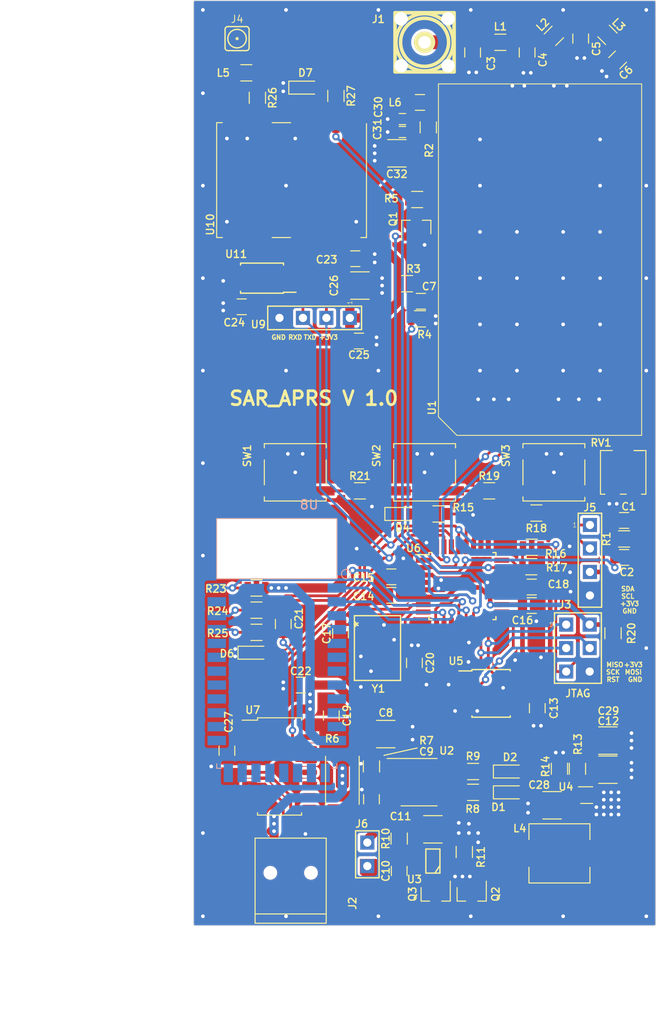
<source format=kicad_pcb>
(kicad_pcb (version 20171130) (host pcbnew "(5.1.5)-3")
  (layers (0 F.Cu signal) (31 B.Cu signal) (34 B.Paste user) (35 F.Paste user) (36 B.SilkS user) (37 F.SilkS user) (38 B.Mask user) (39 F.Mask user) (44 Edge.Cuts user))
  (net 0 "")
  (net 1 "Net-(C1-Pad2)")
  (net 2 GND)
  (net 3 /CPU/RFMOD_MIC)
  (net 4 "Net-(C2-Pad1)")
  (net 5 "Net-(C3-Pad1)")
  (net 6 "Net-(C4-Pad1)")
  (net 7 "Net-(C5-Pad1)")
  (net 8 "Net-(C6-Pad1)")
  (net 9 "Net-(C7-Pad2)")
  (net 10 /CPU/RFMOD_AUX)
  (net 11 /CPU/VUSB)
  (net 12 "Net-(C9-Pad1)")
  (net 13 Bat-)
  (net 14 "Net-(C10-Pad1)")
  (net 15 Bat+)
  (net 16 +3V3)
  (net 17 "Net-(C17-Pad2)")
  (net 18 "Net-(C18-Pad1)")
  (net 19 "Net-(C20-Pad2)")
  (net 20 "Net-(C21-Pad2)")
  (net 21 /CPU/RESET)
  (net 22 "Net-(D1-Pad1)")
  (net 23 "Net-(D2-Pad1)")
  (net 24 "Net-(D4-Pad2)")
  (net 25 "Net-(D6-Pad2)")
  (net 26 "Net-(D7-Pad2)")
  (net 27 "Net-(J2-Pad4)")
  (net 28 "Net-(J2-Pad3)")
  (net 29 "Net-(J2-Pad2)")
  (net 30 /CPU/D12\MISO)
  (net 31 /CPU/D13\SCK)
  (net 32 /CPU/D11\MOSI)
  (net 33 "Net-(J4-Pad1)")
  (net 34 /CPU/OLED_SCL)
  (net 35 /CPU/OLED_SDA)
  (net 36 "Net-(L5-Pad2)")
  (net 37 "Net-(Q1-Pad3)")
  (net 38 /CPU/RFMOD_PTT)
  (net 39 "Net-(Q2-Pad3)")
  (net 40 "Net-(Q2-Pad1)")
  (net 41 "Net-(Q3-Pad1)")
  (net 42 "Net-(R2-Pad1)")
  (net 43 "Net-(R7-Pad1)")
  (net 44 "Net-(R8-Pad1)")
  (net 45 "Net-(R9-Pad1)")
  (net 46 "Net-(R11-Pad2)")
  (net 47 "Net-(R13-Pad1)")
  (net 48 /CPU/LED)
  (net 49 /CPU/BAT_SENS)
  (net 50 /CPU/BUTTON)
  (net 51 "Net-(R19-Pad2)")
  (net 52 "Net-(R21-Pad2)")
  (net 53 /BT_module/BT_CMD)
  (net 54 "Net-(R24-Pad2)")
  (net 55 /BT_module/BT_LED2)
  (net 56 "Net-(R25-Pad1)")
  (net 57 "Net-(R26-Pad2)")
  (net 58 /CPU/GPS_PPS)
  (net 59 "Net-(RV1-Pad2)")
  (net 60 "Net-(U1-Pad7)")
  (net 61 "Net-(U1-Pad4)")
  (net 62 "Net-(U1-Pad2)")
  (net 63 "Net-(U1-Pad1)")
  (net 64 "Net-(U1-Pad13)")
  (net 65 "Net-(U1-Pad14)")
  (net 66 "Net-(U1-Pad15)")
  (net 67 /CPU/RFMOD_RXD)
  (net 68 /CPU/RFMOD_TXD)
  (net 69 "Net-(U1-Pad11)")
  (net 70 "Net-(U1-PadP1)")
  (net 71 "Net-(U3-Pad4)")
  (net 72 "Net-(U5-Pad5)")
  (net 73 /CPU/GPS_RXD)
  (net 74 /GPS/GPS_RXD)
  (net 75 "Net-(U6-Pad22)")
  (net 76 "Net-(U6-Pad19)")
  (net 77 /BT_module/BT_RXD)
  (net 78 /BT_module/BT_TXD)
  (net 79 "Net-(U7-Pad7)")
  (net 80 "Net-(U7-Pad8)")
  (net 81 "Net-(U7-Pad9)")
  (net 82 "Net-(U7-Pad10)")
  (net 83 "Net-(U7-Pad11)")
  (net 84 "Net-(U7-Pad12)")
  (net 85 "Net-(U7-Pad14)")
  (net 86 "Net-(U7-Pad15)")
  (net 87 "Net-(U8-Pad11)")
  (net 88 "Net-(U10-Pad1)")
  (net 89 "Net-(U10-Pad2)")
  (net 90 "Net-(U10-Pad4)")
  (net 91 "Net-(U10-Pad5)")
  (net 92 "Net-(U10-Pad6)")
  (net 93 "Net-(U10-Pad14)")
  (net 94 "Net-(U10-Pad15)")
  (net 95 "Net-(U10-Pad16)")
  (net 96 "Net-(U10-Pad17)")
  (net 97 "Net-(U10-Pad18)")
  (net 98 "Net-(U10-Pad19)")
  (net 99 "Net-(L4-Pad2)")
  (net 100 "Net-(L6-Pad2)")
  (module Capacitors_SMD:C_1210 (layer F.Cu) (at 122 66.5 180)
    (fp_text reference C32 (at 0 -2.25) (layer F.SilkS) (effects (font (size 0.8 0.8))))
    (fp_text value 10uF hide)
    (pad 1 smd rect (at -1.5 0 180) (size 1 2.5) (layers F.Cu F.Paste F.Mask) (net 16 +3V3))
    (pad 2 smd rect (at 1.5 0 180) (size 1 2.5) (layers F.Cu F.Paste F.Mask) (net 2 GND))
  )
  (module Capacitors_SMD:C_0805 (layer F.Cu) (at 124.5 61)
    (fp_text reference L6 (at -2.7 0) (layer F.SilkS) (effects (font (size 0.8 0.8))))
    (fp_text value MPZ2012S601AT hide)
    (pad 1 smd rect (at -1 0) (size 1 1.25) (layers F.Cu F.Paste F.Mask) (net 16 +3V3))
    (pad 2 smd rect (at 1 0) (size 1 1.25) (layers F.Cu F.Paste F.Mask) (net 100 "Net-(L6-Pad2)"))
  )
  (module Capacitors_SMD:C_0603 (layer F.Cu) (at 122.6 64.2 180)
    (fp_text reference C31 (at 2.7 0.3 90) (layer F.SilkS) (effects (font (size 0.8 0.8))))
    (fp_text value 10nF hide)
    (pad 2 smd rect (at 0.75 0 180) (size 0.8 0.75) (layers F.Cu F.Paste F.Mask) (net 2 GND))
    (pad 1 smd rect (at -0.75 0 180) (size 0.8 0.75) (layers F.Cu F.Paste F.Mask) (net 16 +3V3))
  )
  (module Capacitors_SMD:C_0603 (layer F.Cu) (at 122.6 62.8 180)
    (fp_text reference C30 (at 2.6 1.3 90) (layer F.SilkS) (effects (font (size 0.8 0.8))))
    (fp_text value 100pF hide)
    (pad 2 smd rect (at 0.75 0 180) (size 0.8 0.75) (layers F.Cu F.Paste F.Mask) (net 2 GND))
    (pad 1 smd rect (at -0.75 0 180) (size 0.8 0.75) (layers F.Cu F.Paste F.Mask) (net 16 +3V3))
  )
  (module Package_TO_SOT_SMD2:SOT-563 (layer F.Cu) (at 142.55 135.9)
    (fp_text reference U4 (at -2.25 -0.9) (layer F.SilkS) (effects (font (size 0.8 0.8))))
    (fp_text value TPS61023 hide)
    (pad 5 smd rect (at 0.75 0) (size 0.7 0.3) (layers F.Cu F.Paste F.Mask) (net 99 "Net-(L4-Pad2)"))
    (pad 4 smd rect (at 0.75 0.5) (size 0.7 0.3) (layers F.Cu F.Paste F.Mask) (net 2 GND))
    (pad 2 smd rect (at -0.75 0) (size 0.7 0.3) (layers F.Cu F.Paste F.Mask) (net 15 Bat+))
    (pad 6 smd rect (at 0.75 -0.5) (size 0.7 0.3) (layers F.Cu F.Paste F.Mask) (net 16 +3V3))
    (pad 3 smd rect (at -0.75 0.5) (size 0.7 0.3) (layers F.Cu F.Paste F.Mask) (net 15 Bat+))
    (pad 1 smd rect (at -0.75 -0.5) (size 0.7 0.3) (layers F.Cu F.Paste F.Mask) (net 47 "Net-(R13-Pad1)"))
  )
  (module Capacitors_SMD:C_1210 (layer F.Cu) (at 144.85 133.15)
    (fp_text reference C29 (at 0.05 -6.35) (layer F.SilkS) (effects (font (size 0.8 0.8))))
    (fp_text value 22uF hide)
    (pad 1 smd rect (at -1.5 0) (size 1 2.5) (layers F.Cu F.Paste F.Mask) (net 16 +3V3))
    (pad 2 smd rect (at 1.5 0) (size 1 2.5) (layers F.Cu F.Paste F.Mask) (net 2 GND))
  )
  (module Capacitors_SMD:C_1210 (layer F.Cu) (at 138.8 137 180)
    (fp_text reference C28 (at 1.4 2.2) (layer F.SilkS) (effects (font (size 0.8 0.8))))
    (fp_text value 10uF hide)
    (pad 1 smd rect (at -1.5 0 180) (size 1 2.5) (layers F.Cu F.Paste F.Mask) (net 15 Bat+))
    (pad 2 smd rect (at 1.5 0 180) (size 1 2.5) (layers F.Cu F.Paste F.Mask) (net 2 GND))
  )
  (module w_conn_rf:coaxial_u.fl-r-smt-1 (layer F.Cu) (at 104.7 54.1)
    (fp_text reference J4 (at 0 -2.1) (layer F.SilkS) (effects (font (size 0.8 0.8) (thickness 0.1))))
    (fp_text value uFl hide)
    (pad 2 smd rect (at -1.475 0) (size 1.05 2.2) (layers F.Cu F.Paste F.Mask) (net 2 GND))
    (pad 2 smd rect (at 1.475 0) (size 1.05 2.2) (layers F.Cu F.Paste F.Mask) (net 2 GND))
    (pad 1 smd rect (at 0 1.525) (size 1 1.05) (layers F.Cu F.Paste F.Mask) (net 33 "Net-(J4-Pad1)"))
  )
  (module TO_SOT_Packages_SMD:SOT-23 (layer F.Cu) (at 124.1 74.5 90)
    (fp_text reference Q1 (at 0.9 -2.5 90) (layer F.SilkS) (effects (font (size 0.8 0.8))))
    (fp_text value 2N7002 hide)
    (pad 3 smd rect (at 1 0 90) (size 0.9 0.8) (layers F.Cu F.Paste F.Mask) (net 37 "Net-(Q1-Pad3)"))
    (pad 2 smd rect (at -1 0.95 90) (size 0.9 0.8) (layers F.Cu F.Paste F.Mask) (net 2 GND))
    (pad 1 smd rect (at -1 -0.95 90) (size 0.9 0.8) (layers F.Cu F.Paste F.Mask) (net 38 /CPU/RFMOD_PTT))
  )
  (module TO_SOT_Packages_SMD:SOT-23 (layer F.Cu) (at 130.1 146.6 270)
    (fp_text reference Q2 (at 0 -2.6 270) (layer F.SilkS) (effects (font (size 0.8 0.8))))
    (fp_text value 2N7002 hide)
    (pad 3 smd rect (at 1 0 270) (size 0.9 0.8) (layers F.Cu F.Paste F.Mask) (net 39 "Net-(Q2-Pad3)"))
    (pad 2 smd rect (at -1 0.95 270) (size 0.9 0.8) (layers F.Cu F.Paste F.Mask) (net 2 GND))
    (pad 1 smd rect (at -1 -0.95 270) (size 0.9 0.8) (layers F.Cu F.Paste F.Mask) (net 40 "Net-(Q2-Pad1)"))
  )
  (module TO_SOT_Packages_SMD:SOT-23 (layer F.Cu) (at 126.2 146.6 270)
    (fp_text reference Q3 (at 0 2.5 270) (layer F.SilkS) (effects (font (size 0.8 0.8))))
    (fp_text value 2N7002 hide)
    (pad 3 smd rect (at 1 0 270) (size 0.9 0.8) (layers F.Cu F.Paste F.Mask) (net 39 "Net-(Q2-Pad3)"))
    (pad 2 smd rect (at -1 0.95 270) (size 0.9 0.8) (layers F.Cu F.Paste F.Mask) (net 13 Bat-))
    (pad 1 smd rect (at -1 -0.95 270) (size 0.9 0.8) (layers F.Cu F.Paste F.Mask) (net 41 "Net-(Q3-Pad1)"))
  )
  (module APRS_modules:DRA818 (layer F.Cu) (at 137.5 78 90)
    (fp_text reference U1 (at -16 -11.7 90) (layer F.SilkS) (effects (font (size 0.8 0.8))))
    (fp_text value DRA818V)
    (pad 7 smd rect (at 13.35 -8.7 90) (size 2 2.2) (layers F.Cu F.Paste F.Mask) (net 60 "Net-(U1-Pad7)"))
    (pad 6 smd rect (at 8.9 -8.7 90) (size 2 2.2) (layers F.Cu F.Paste F.Mask) (net 42 "Net-(R2-Pad1)"))
    (pad 5 smd rect (at 4.45 -8.7 90) (size 2 2.2) (layers F.Cu F.Paste F.Mask) (net 37 "Net-(Q1-Pad3)"))
    (pad 4 smd rect (at 0 -8.7 90) (size 2 2.2) (layers F.Cu F.Paste F.Mask) (net 61 "Net-(U1-Pad4)"))
    (pad 3 smd rect (at -4.45 -8.7 90) (size 2 2.2) (layers F.Cu F.Paste F.Mask) (net 9 "Net-(C7-Pad2)"))
    (pad 2 smd rect (at -8.9 -8.7 90) (size 2 2.2) (layers F.Cu F.Paste F.Mask) (net 62 "Net-(U1-Pad2)"))
    (pad 1 smd rect (at -13.35 -8.7 90) (size 2 2.2) (layers F.Cu F.Paste F.Mask) (net 63 "Net-(U1-Pad1)"))
    (pad 12 smd rect (at 13.35 8.7 90) (size 2 2.2) (layers F.Cu F.Paste F.Mask) (net 8 "Net-(C6-Pad1)"))
    (pad 13 smd rect (at 8.9 8.7 90) (size 2 2.2) (layers F.Cu F.Paste F.Mask) (net 64 "Net-(U1-Pad13)"))
    (pad 14 smd rect (at 4.45 8.7 90) (size 2 2.2) (layers F.Cu F.Paste F.Mask) (net 65 "Net-(U1-Pad14)"))
    (pad 15 smd rect (at 0 8.7 90) (size 2 2.2) (layers F.Cu F.Paste F.Mask) (net 66 "Net-(U1-Pad15)"))
    (pad 16 smd rect (at -4.45 8.7 90) (size 2 2.2) (layers F.Cu F.Paste F.Mask) (net 67 /CPU/RFMOD_RXD))
    (pad 17 smd rect (at -8.9 8.7 90) (size 2 2.2) (layers F.Cu F.Paste F.Mask) (net 68 /CPU/RFMOD_TXD))
    (pad 18 smd rect (at -13.35 8.7 90) (size 2 2.2) (layers F.Cu F.Paste F.Mask) (net 59 "Net-(RV1-Pad2)"))
    (pad 8 smd rect (at 17 -6.9 180) (size 2 2.2) (layers F.Cu F.Paste F.Mask) (net 100 "Net-(L6-Pad2)"))
    (pad 9 smd rect (at 17 -2.3 180) (size 2 2.2) (layers F.Cu F.Paste F.Mask) (net 2 GND))
    (pad 10 smd rect (at 17 2.3 180) (size 2 2.2) (layers F.Cu F.Paste F.Mask) (net 2 GND))
    (pad 11 smd rect (at 17 6.9 180) (size 2 2.2) (layers F.Cu F.Paste F.Mask) (net 69 "Net-(U1-Pad11)"))
    (pad P2 smd rect (at -17 -6.3 90) (size 2.2 7) (layers F.Cu F.Paste F.Mask) (net 2 GND))
    (pad P3 smd rect (at -17 5.6 90) (size 2.2 8.4) (layers F.Cu F.Paste F.Mask) (net 2 GND))
    (pad P1 smd rect (at 11.1 0 90) (size 6.5 6.6) (layers F.Cu F.Paste F.Mask) (net 70 "Net-(U1-PadP1)"))
  )
  (module Mlab_IO:SOIC-8_3.9x4.9mm_Pitch1.27mm (layer F.Cu) (at 132.2 124.9)
    (fp_text reference U5 (at -3.8 -3.5) (layer F.SilkS) (effects (font (size 0.8 0.8))))
    (fp_text value AT45DB641 hide)
    (pad 1 smd rect (at -2.7 -1.905) (size 1.55 0.6) (layers F.Cu F.Paste F.Mask) (net 32 /CPU/D11\MOSI))
    (pad 2 smd rect (at -2.7 -0.635) (size 1.55 0.6) (layers F.Cu F.Paste F.Mask) (net 31 /CPU/D13\SCK))
    (pad 3 smd rect (at -2.7 0.635) (size 1.55 0.6) (layers F.Cu F.Paste F.Mask) (net 16 +3V3))
    (pad 4 smd rect (at -2.7 1.905) (size 1.55 0.6) (layers F.Cu F.Paste F.Mask) (net 2 GND))
    (pad 5 smd rect (at 2.7 1.905) (size 1.55 0.6) (layers F.Cu F.Paste F.Mask) (net 72 "Net-(U5-Pad5)"))
    (pad 6 smd rect (at 2.7 0.635) (size 1.55 0.6) (layers F.Cu F.Paste F.Mask) (net 16 +3V3))
    (pad 7 smd rect (at 2.7 -0.635) (size 1.55 0.6) (layers F.Cu F.Paste F.Mask) (net 2 GND))
    (pad 8 smd rect (at 2.7 -1.905) (size 1.55 0.6) (layers F.Cu F.Paste F.Mask) (net 30 /CPU/D12\MISO))
  )
  (module Housings_QFP:TQFP-32_7x7mm_Pitch0.8mm (layer F.Cu) (at 129.1 113.3)
    (fp_text reference U6 (at -5.3 -4.1) (layer F.SilkS) (effects (font (size 0.8 0.8))))
    (fp_text value ATMEGA328-AU hide)
    (pad 32 smd rect (at -2.8 -4.25 90) (size 1.6 0.55) (layers F.Cu F.Paste F.Mask) (net 67 /CPU/RFMOD_RXD))
    (pad 31 smd rect (at -2 -4.25 90) (size 1.6 0.55) (layers F.Cu F.Paste F.Mask) (net 73 /CPU/GPS_RXD))
    (pad 30 smd rect (at -1.2 -4.25 90) (size 1.6 0.55) (layers F.Cu F.Paste F.Mask) (net 74 /GPS/GPS_RXD))
    (pad 29 smd rect (at -0.4 -4.25 90) (size 1.6 0.55) (layers F.Cu F.Paste F.Mask) (net 21 /CPU/RESET))
    (pad 28 smd rect (at 0.4 -4.25 90) (size 1.6 0.55) (layers F.Cu F.Paste F.Mask) (net 48 /CPU/LED))
    (pad 27 smd rect (at 1.2 -4.25 90) (size 1.6 0.55) (layers F.Cu F.Paste F.Mask) (net 50 /CPU/BUTTON))
    (pad 26 smd rect (at 2 -4.25 90) (size 1.6 0.55) (layers F.Cu F.Paste F.Mask) (net 35 /CPU/OLED_SDA))
    (pad 25 smd rect (at 2.8 -4.25 90) (size 1.6 0.55) (layers F.Cu F.Paste F.Mask) (net 34 /CPU/OLED_SCL))
    (pad 24 smd rect (at 4.25 -2.8) (size 1.6 0.55) (layers F.Cu F.Paste F.Mask) (net 49 /CPU/BAT_SENS))
    (pad 23 smd rect (at 4.25 -2) (size 1.6 0.55) (layers F.Cu F.Paste F.Mask) (net 10 /CPU/RFMOD_AUX))
    (pad 22 smd rect (at 4.25 -1.2) (size 1.6 0.55) (layers F.Cu F.Paste F.Mask) (net 75 "Net-(U6-Pad22)"))
    (pad 21 smd rect (at 4.25 -0.4) (size 1.6 0.55) (layers F.Cu F.Paste F.Mask) (net 2 GND))
    (pad 20 smd rect (at 4.25 0.4) (size 1.6 0.55) (layers F.Cu F.Paste F.Mask) (net 18 "Net-(C18-Pad1)"))
    (pad 19 smd rect (at 4.25 1.2) (size 1.6 0.55) (layers F.Cu F.Paste F.Mask) (net 76 "Net-(U6-Pad19)"))
    (pad 18 smd rect (at 4.25 2) (size 1.6 0.55) (layers F.Cu F.Paste F.Mask) (net 16 +3V3))
    (pad 17 smd rect (at 4.25 2.8) (size 1.6 0.55) (layers F.Cu F.Paste F.Mask) (net 31 /CPU/D13\SCK))
    (pad 16 smd rect (at 2.8 4.25 90) (size 1.6 0.55) (layers F.Cu F.Paste F.Mask) (net 30 /CPU/D12\MISO))
    (pad 15 smd rect (at 2 4.25 90) (size 1.6 0.55) (layers F.Cu F.Paste F.Mask) (net 32 /CPU/D11\MOSI))
    (pad 14 smd rect (at 1.2 4.25 90) (size 1.6 0.55) (layers F.Cu F.Paste F.Mask) (net 58 /CPU/GPS_PPS))
    (pad 13 smd rect (at 0.4 4.25 90) (size 1.6 0.55) (layers F.Cu F.Paste F.Mask) (net 53 /BT_module/BT_CMD))
    (pad 12 smd rect (at -0.4 4.25 90) (size 1.6 0.55) (layers F.Cu F.Paste F.Mask) (net 55 /BT_module/BT_LED2))
    (pad 11 smd rect (at -1.2 4.25 90) (size 1.6 0.55) (layers F.Cu F.Paste F.Mask) (net 77 /BT_module/BT_RXD))
    (pad 10 smd rect (at -2 4.25 90) (size 1.6 0.55) (layers F.Cu F.Paste F.Mask) (net 78 /BT_module/BT_TXD))
    (pad 9 smd rect (at -2.8 4.25 90) (size 1.6 0.55) (layers F.Cu F.Paste F.Mask) (net 38 /CPU/RFMOD_PTT))
    (pad 8 smd rect (at -4.25 2.8) (size 1.6 0.55) (layers F.Cu F.Paste F.Mask) (net 19 "Net-(C20-Pad2)"))
    (pad 7 smd rect (at -4.25 2) (size 1.6 0.55) (layers F.Cu F.Paste F.Mask) (net 17 "Net-(C17-Pad2)"))
    (pad 6 smd rect (at -4.25 1.2) (size 1.6 0.55) (layers F.Cu F.Paste F.Mask) (net 16 +3V3))
    (pad 5 smd rect (at -4.25 0.4) (size 1.6 0.55) (layers F.Cu F.Paste F.Mask) (net 2 GND))
    (pad 4 smd rect (at -4.25 -0.4) (size 1.6 0.55) (layers F.Cu F.Paste F.Mask) (net 16 +3V3))
    (pad 3 smd rect (at -4.25 -1.2) (size 1.6 0.55) (layers F.Cu F.Paste F.Mask) (net 2 GND))
    (pad 2 smd rect (at -4.25 -2) (size 1.6 0.55) (layers F.Cu F.Paste F.Mask) (net 3 /CPU/RFMOD_MIC))
    (pad 1 smd rect (at -4.25 -2.8) (size 1.6 0.55) (layers F.Cu F.Paste F.Mask) (net 68 /CPU/RFMOD_TXD))
  )
  (module "maxrez:HC-05 BT" (layer B.Cu) (at 109 113.5 180)
    (fp_text reference U8 (at -3.5 9 180) (layer B.SilkS) (effects (justify mirror)))
    (fp_text value HC-05 hide)
    (pad 1 smd rect (at -6.5 0 180) (size 2 1) (layers B.Cu B.Paste B.Mask) (net 78 /BT_module/BT_TXD))
    (pad 2 smd rect (at -6.5 -1.5 180) (size 2 1) (layers B.Cu B.Paste B.Mask) (net 77 /BT_module/BT_RXD))
    (pad 3 smd rect (at -6.5 -3 180) (size 2 1) (layers B.Cu B.Paste B.Mask))
    (pad 4 smd rect (at -6.5 -4.5 180) (size 2 1) (layers B.Cu B.Paste B.Mask))
    (pad 5 smd rect (at -6.5 -6 180) (size 2 1) (layers B.Cu B.Paste B.Mask))
    (pad 6 smd rect (at -6.5 -7.5 180) (size 2 1) (layers B.Cu B.Paste B.Mask))
    (pad 7 smd rect (at -6.5 -9 180) (size 2 1) (layers B.Cu B.Paste B.Mask))
    (pad 8 smd rect (at -6.5 -10.5 180) (size 2 1) (layers B.Cu B.Paste B.Mask))
    (pad 9 smd rect (at -6.5 -12 180) (size 2 1) (layers B.Cu B.Paste B.Mask))
    (pad 10 smd rect (at -6.5 -13.5 180) (size 2 1) (layers B.Cu B.Paste B.Mask))
    (pad 11 smd rect (at -6.5 -15 180) (size 2 1) (layers B.Cu B.Paste B.Mask) (net 87 "Net-(U8-Pad11)"))
    (pad 12 smd rect (at -6.5 -16.5 180) (size 2 1) (layers B.Cu B.Paste B.Mask) (net 16 +3V3))
    (pad 13 smd rect (at -6.5 -18 180) (size 2 1) (layers B.Cu B.Paste B.Mask) (net 2 GND))
    (pad 14 smd rect (at -5.25 -20 90) (size 2 1) (layers B.Cu B.Paste B.Mask))
    (pad 15 smd rect (at -3.75 -20 90) (size 2 1) (layers B.Cu B.Paste B.Mask))
    (pad 16 smd rect (at -2.25 -20 90) (size 2 1) (layers B.Cu B.Paste B.Mask))
    (pad 17 smd rect (at -0.75 -20 90) (size 2 1) (layers B.Cu B.Paste B.Mask))
    (pad 18 smd rect (at 0.75 -20 90) (size 2 1) (layers B.Cu B.Paste B.Mask))
    (pad 19 smd rect (at 2.25 -20 90) (size 2 1) (layers B.Cu B.Paste B.Mask))
    (pad 20 smd rect (at 3.75 -20 90) (size 2 1) (layers B.Cu B.Paste B.Mask))
    (pad 21 smd rect (at 5.25 -20 90) (size 2 1) (layers B.Cu B.Paste B.Mask))
    (pad 22 smd rect (at 6.5 -18) (size 2 1) (layers B.Cu B.Paste B.Mask) (net 2 GND))
    (pad 23 smd rect (at 6.5 -16.5 180) (size 2 1) (layers B.Cu B.Paste B.Mask))
    (pad 24 smd rect (at 6.5 -15 180) (size 2 1) (layers B.Cu B.Paste B.Mask))
    (pad 25 smd rect (at 6.5 -13.5 180) (size 2 1) (layers B.Cu B.Paste B.Mask))
    (pad 26 smd rect (at 6.5 -12 180) (size 2 1) (layers B.Cu B.Paste B.Mask))
    (pad 27 smd rect (at 6.5 -10.5 180) (size 2 1) (layers B.Cu B.Paste B.Mask))
    (pad 28 smd rect (at 6.5 -9 180) (size 2 1) (layers B.Cu B.Paste B.Mask))
    (pad 29 smd rect (at 6.5 -7.5 180) (size 2 1) (layers B.Cu B.Paste B.Mask))
    (pad 30 smd rect (at 6.5 -6 180) (size 2 1) (layers B.Cu B.Paste B.Mask))
    (pad 31 smd rect (at 6.5 -4.5 180) (size 2 1) (layers B.Cu B.Paste B.Mask) (net 56 "Net-(R25-Pad1)"))
    (pad 32 smd rect (at 6.5 -3 180) (size 2 1) (layers B.Cu B.Paste B.Mask) (net 54 "Net-(R24-Pad2)"))
    (pad 33 smd rect (at 6.5 -1.5 180) (size 2 1) (layers B.Cu B.Paste B.Mask))
    (pad 34 smd rect (at 6.5 0 180) (size 2 1) (layers B.Cu B.Paste B.Mask) (net 53 /BT_module/BT_CMD))
  )
  (module Capacitors_SMD:C_0805 (layer F.Cu) (at 130.2 55.6 270)
    (fp_text reference C3 (at 1.2 -2 270) (layer F.SilkS) (effects (font (size 0.8 0.8))))
    (fp_text value 20pF hide)
    (pad 2 smd rect (at 1 0 270) (size 1 1.25) (layers F.Cu F.Paste F.Mask) (net 2 GND))
    (pad 1 smd rect (at -1 0 270) (size 1 1.25) (layers F.Cu F.Paste F.Mask) (net 5 "Net-(C3-Pad1)"))
  )
  (module Capacitors_SMD:C_0805 (layer F.Cu) (at 136.1 55.6 270)
    (fp_text reference C4 (at 0.8 -1.7 270) (layer F.SilkS) (effects (font (size 0.8 0.8))))
    (fp_text value 36pF hide)
    (pad 2 smd rect (at 1 0 270) (size 1 1.25) (layers F.Cu F.Paste F.Mask) (net 2 GND))
    (pad 1 smd rect (at -1 0 270) (size 1 1.25) (layers F.Cu F.Paste F.Mask) (net 6 "Net-(C4-Pad1)"))
  )
  (module Capacitors_SMD:C_0805 (layer F.Cu) (at 141.9 54.1 270)
    (fp_text reference C5 (at 1.1 -1.7 270) (layer F.SilkS) (effects (font (size 0.8 0.8))))
    (fp_text value 36pF hide)
    (pad 2 smd rect (at 1 0 270) (size 1 1.25) (layers F.Cu F.Paste F.Mask) (net 2 GND))
    (pad 1 smd rect (at -1 0 270) (size 1 1.25) (layers F.Cu F.Paste F.Mask) (net 7 "Net-(C5-Pad1)"))
  )
  (module Capacitors_SMD:C_0805 (layer F.Cu) (at 145.9 56.4 225)
    (fp_text reference C6 (at 0.353553 -1.626346 225) (layer F.SilkS) (effects (font (size 0.8 0.8))))
    (fp_text value 20pF hide)
    (pad 2 smd rect (at 1 0 225) (size 1 1.25) (layers F.Cu F.Paste F.Mask) (net 2 GND))
    (pad 1 smd rect (at -1 0 225) (size 1 1.25) (layers F.Cu F.Paste F.Mask) (net 8 "Net-(C6-Pad1)"))
  )
  (module Inductors_SMD:L_0805 (layer F.Cu) (at 133.2 54.5)
    (fp_text reference L1 (at 0 -1.7) (layer F.SilkS) (effects (font (size 0.8 0.8))))
    (fp_text value 56nH hide)
    (pad 2 smd rect (at 0.95 0) (size 0.7 1.3) (layers F.Cu F.Paste F.Mask) (net 6 "Net-(C4-Pad1)"))
    (pad 1 smd rect (at -0.95 0) (size 0.7 1.3) (layers F.Cu F.Paste F.Mask) (net 5 "Net-(C3-Pad1)"))
  )
  (module Inductors_SMD:L_0805 (layer F.Cu) (at 139 53.8 45)
    (fp_text reference L2 (at 0 -1.697056 45) (layer F.SilkS) (effects (font (size 0.8 0.8))))
    (fp_text value 68nH hide)
    (pad 2 smd rect (at 0.95 0 45) (size 0.7 1.3) (layers F.Cu F.Paste F.Mask) (net 7 "Net-(C5-Pad1)"))
    (pad 1 smd rect (at -0.95 0 45) (size 0.7 1.3) (layers F.Cu F.Paste F.Mask) (net 6 "Net-(C4-Pad1)"))
  )
  (module Inductors_SMD:L_0805 (layer F.Cu) (at 144.8 53.7 315)
    (fp_text reference L3 (at 0.070711 -1.626346 315) (layer F.SilkS) (effects (font (size 0.8 0.8))))
    (fp_text value 56nH hide)
    (pad 2 smd rect (at 0.95 0 315) (size 0.7 1.3) (layers F.Cu F.Paste F.Mask) (net 8 "Net-(C6-Pad1)"))
    (pad 1 smd rect (at -0.95 0 315) (size 0.7 1.3) (layers F.Cu F.Paste F.Mask) (net 7 "Net-(C5-Pad1)"))
  )
  (module IO:SOP-16_4.55x10.3mm_P1.27mm (layer F.Cu) (at 109.3 132.8)
    (fp_text reference U7 (at -2.9 -6.1) (layer F.SilkS) (effects (font (size 0.8 0.8))))
    (fp_text value CH340C hide)
    (pad 1 smd roundrect (at -3.25 -4.445) (size 1.6 0.6) (layers F.Cu F.Paste F.Mask) (net 2 GND))
    (pad 2 smd roundrect (at -3.25 -3.175) (size 1.6 0.6) (layers F.Cu F.Paste F.Mask) (net 74 /GPS/GPS_RXD))
    (pad 3 smd roundrect (at -3.25 -1.905) (size 1.6 0.6) (layers F.Cu F.Paste F.Mask) (net 73 /CPU/GPS_RXD))
    (pad 4 smd roundrect (at -3.25 -0.635) (size 1.6 0.6) (layers F.Cu F.Paste F.Mask) (net 16 +3V3))
    (pad 5 smd roundrect (at -3.25 0.635) (size 1.6 0.6) (layers F.Cu F.Paste F.Mask) (net 28 "Net-(J2-Pad3)"))
    (pad 6 smd roundrect (at -3.25 1.905) (size 1.6 0.6) (layers F.Cu F.Paste F.Mask) (net 29 "Net-(J2-Pad2)"))
    (pad 7 smd roundrect (at -3.25 3.175) (size 1.6 0.6) (layers F.Cu F.Paste F.Mask) (net 79 "Net-(U7-Pad7)"))
    (pad 8 smd roundrect (at -3.25 4.445) (size 1.6 0.6) (layers F.Cu F.Paste F.Mask) (net 80 "Net-(U7-Pad8)"))
    (pad 9 smd roundrect (at 3.25 4.445) (size 1.6 0.6) (layers F.Cu F.Paste F.Mask) (net 81 "Net-(U7-Pad9)"))
    (pad 10 smd roundrect (at 3.25 3.175) (size 1.6 0.6) (layers F.Cu F.Paste F.Mask) (net 82 "Net-(U7-Pad10)"))
    (pad 11 smd roundrect (at 3.25 1.905) (size 1.6 0.6) (layers F.Cu F.Paste F.Mask) (net 83 "Net-(U7-Pad11)"))
    (pad 12 smd roundrect (at 3.25 0.635) (size 1.6 0.6) (layers F.Cu F.Paste F.Mask) (net 84 "Net-(U7-Pad12)"))
    (pad 13 smd roundrect (at 3.25 -0.635) (size 1.6 0.6) (layers F.Cu F.Paste F.Mask) (net 20 "Net-(C21-Pad2)"))
    (pad 14 smd roundrect (at 3.25 -1.905) (size 1.6 0.6) (layers F.Cu F.Paste F.Mask) (net 85 "Net-(U7-Pad14)"))
    (pad 15 smd roundrect (at 3.25 -3.175) (size 1.6 0.6) (layers F.Cu F.Paste F.Mask) (net 86 "Net-(U7-Pad15)"))
    (pad 16 smd roundrect (at 3.25 -4.445) (size 1.6 0.6) (layers F.Cu F.Paste F.Mask) (net 11 /CPU/VUSB))
  )
  (module IO:SO-8_3.9x4.9mm_P1.27mm (layer F.Cu) (at 124.4 134.5)
    (fp_text reference U2 (at 3 -3.4) (layer F.SilkS) (effects (font (size 0.8 0.8))))
    (fp_text value TP4056 hide)
    (pad 1 smd roundrect (at -2.575 -1.905) (size 1.75 0.6) (layers F.Cu F.Paste F.Mask) (net 2 GND))
    (pad 2 smd roundrect (at -2.575 -0.635) (size 1.75 0.6) (layers F.Cu F.Paste F.Mask) (net 43 "Net-(R7-Pad1)"))
    (pad 3 smd roundrect (at -2.575 0.635) (size 1.75 0.6) (layers F.Cu F.Paste F.Mask) (net 2 GND))
    (pad 4 smd roundrect (at -2.575 1.905) (size 1.75 0.6) (layers F.Cu F.Paste F.Mask) (net 12 "Net-(C9-Pad1)"))
    (pad 5 smd roundrect (at 2.575 1.905) (size 1.75 0.6) (layers F.Cu F.Paste F.Mask) (net 15 Bat+))
    (pad 6 smd roundrect (at 2.575 0.635) (size 1.75 0.6) (layers F.Cu F.Paste F.Mask) (net 44 "Net-(R8-Pad1)"))
    (pad 7 smd roundrect (at 2.575 -0.635) (size 1.75 0.6) (layers F.Cu F.Paste F.Mask) (net 45 "Net-(R9-Pad1)"))
    (pad 8 smd roundrect (at 2.575 -1.905) (size 1.75 0.6) (layers F.Cu F.Paste F.Mask) (net 12 "Net-(C9-Pad1)"))
  )
  (module Mlab_IO:SOT-23-6 (layer F.Cu) (at 125.9 143 90)
    (fp_text reference U3 (at -2 -2 180) (layer F.SilkS) (effects (font (size 0.8 0.8))))
    (fp_text value DW01x hide)
    (pad 6 smd rect (at -0.9525 -1.27 90) (size 0.5 1.00076) (layers F.Cu F.Paste F.Mask) (net 13 Bat-))
    (pad 5 smd rect (at 0 -1.27 90) (size 0.5 1.00076) (layers F.Cu F.Paste F.Mask) (net 14 "Net-(C10-Pad1)"))
    (pad 4 smd rect (at 0.9525 -1.27 90) (size 0.50104 1.00076) (layers F.Cu F.Paste F.Mask) (net 71 "Net-(U3-Pad4)"))
    (pad 3 smd rect (at 0.9525 1.27 90) (size 0.5 1.00076) (layers F.Cu F.Paste F.Mask) (net 40 "Net-(Q2-Pad1)"))
    (pad 2 smd rect (at 0 1.27 90) (size 0.5 1.00076) (layers F.Cu F.Paste F.Mask) (net 46 "Net-(R11-Pad2)"))
    (pad 1 smd rect (at -0.9525 1.27 90) (size 0.5 1.00076) (layers F.Cu F.Paste F.Mask) (net 41 "Net-(Q3-Pad1)"))
  )
  (module Inductors_SMD:L_0805 (layer F.Cu) (at 105.7 57.8)
    (fp_text reference L5 (at -2.5 0) (layer F.SilkS) (effects (font (size 0.8 0.8))))
    (fp_text value L_Small hide)
    (pad 2 smd rect (at 0.95 0) (size 0.7 1.3) (layers F.Cu F.Paste F.Mask) (net 36 "Net-(L5-Pad2)"))
    (pad 1 smd rect (at -0.95 0) (size 0.7 1.3) (layers F.Cu F.Paste F.Mask) (net 33 "Net-(J4-Pad1)"))
  )
  (module Resistors_SMD:R_2512 (layer F.Cu) (at 116.1 134.3 90)
    (fp_text reference R6 (at 4.5 -1.1 180) (layer F.SilkS) (effects (font (size 0.8 0.8))))
    (fp_text value 0.4 hide)
    (pad 2 smd rect (at 3.1 0 90) (size 1 3.2) (layers F.Cu F.Paste F.Mask) (net 11 /CPU/VUSB))
    (pad 1 smd rect (at -3.1 0 90) (size 1 3.2) (layers F.Cu F.Paste F.Mask) (net 12 "Net-(C9-Pad1)"))
  )
  (module Connectors:USB_Mini-B (layer F.Cu) (at 110.5 144.5 90)
    (fp_text reference J2 (at -3.1 6.7 90) (layer F.SilkS) (effects (font (size 0.8 0.8))))
    (fp_text value USB_B_Mini hide)
    (pad "" np_thru_hole circle (at 0.2 2.2 90) (size 0.9 0.9) (drill 0.9) (layers *.Cu *.Mask))
    (pad "" np_thru_hole circle (at 0.2 -2.2 90) (size 0.9 0.9) (drill 0.9) (layers *.Cu *.Mask))
    (pad 6 smd rect (at -2.8 4.45 90) (size 2.5 2) (layers F.Cu F.Paste F.Mask) (net 2 GND))
    (pad 6 smd rect (at 2.7 4.45 90) (size 2.5 2) (layers F.Cu F.Paste F.Mask) (net 2 GND))
    (pad 6 smd rect (at -2.8 -4.45 90) (size 2.5 2) (layers F.Cu F.Paste F.Mask) (net 2 GND))
    (pad 6 smd rect (at 2.7 -4.45 90) (size 2.5 2) (layers F.Cu F.Paste F.Mask) (net 2 GND))
    (pad 5 smd rect (at 2.8 1.6 90) (size 2.3 0.5) (layers F.Cu F.Paste F.Mask) (net 2 GND))
    (pad 4 smd rect (at 2.8 0.8 90) (size 2.3 0.5) (layers F.Cu F.Paste F.Mask) (net 27 "Net-(J2-Pad4)"))
    (pad 3 smd rect (at 2.8 0 90) (size 2.3 0.5) (layers F.Cu F.Paste F.Mask) (net 28 "Net-(J2-Pad3)"))
    (pad 2 smd rect (at 2.8 -0.8 90) (size 2.3 0.5) (layers F.Cu F.Paste F.Mask) (net 29 "Net-(J2-Pad2)"))
    (pad 1 smd rect (at 2.8 -1.6 90) (size 2.3 0.5) (layers F.Cu F.Paste F.Mask) (net 11 /CPU/VUSB))
  )
  (module Mlab_Pin_Headers:Straight_1x04 (layer F.Cu) (at 113.1 84.3 270)
    (fp_text reference U9 (at 0.7 6.1) (layer F.SilkS) (effects (font (size 0.8 0.8))))
    (fp_text value NEO_GPS_MODULE hide)
    (fp_text user 1 (at -1.651 -3.81 270) (layer F.SilkS) (effects (font (size 0.5 0.5) (thickness 0.05))))
    (pad 4 thru_hole rect (at 0 3.81 270) (size 1.524 1.524) (drill 0.889) (layers *.Cu *.Mask) (net 2 GND))
    (pad 3 thru_hole rect (at 0 1.27 270) (size 1.524 1.524) (drill 0.889) (layers *.Cu *.Mask) (net 73 /CPU/GPS_RXD))
    (pad 2 thru_hole rect (at 0 -1.27 270) (size 1.524 1.524) (drill 0.889) (layers *.Cu *.Mask) (net 74 /GPS/GPS_RXD))
    (pad 1 thru_hole rect (at 0 -3.81 270) (size 1.524 1.524) (drill 0.889) (layers *.Cu *.Mask) (net 16 +3V3))
  )
  (module Capacitors_SMD:C_0805 (layer F.Cu) (at 111.6 124)
    (fp_text reference C22 (at 0 -1.5 180) (layer F.SilkS) (effects (font (size 0.8 0.8))))
    (fp_text value 100nF hide)
    (pad 2 smd rect (at 1 0) (size 1 1.25) (layers F.Cu F.Paste F.Mask) (net 16 +3V3))
    (pad 1 smd rect (at -1 0) (size 1 1.25) (layers F.Cu F.Paste F.Mask) (net 2 GND))
  )
  (module Capacitors_SMD:C_0805 (layer F.Cu) (at 117.5 77.9 180)
    (fp_text reference C23 (at 3.1 -0.1 180) (layer F.SilkS) (effects (font (size 0.8 0.8))))
    (fp_text value 100nF hide)
    (pad 2 smd rect (at 1 0 180) (size 1 1.25) (layers F.Cu F.Paste F.Mask) (net 16 +3V3))
    (pad 1 smd rect (at -1 0 180) (size 1 1.25) (layers F.Cu F.Paste F.Mask) (net 2 GND))
  )
  (module Capacitors_SMD:C_0805 (layer F.Cu) (at 105.2 83.1)
    (fp_text reference C24 (at -0.8 1.7) (layer F.SilkS) (effects (font (size 0.8 0.8))))
    (fp_text value 100nF hide)
    (pad 2 smd rect (at 1 0) (size 1 1.25) (layers F.Cu F.Paste F.Mask) (net 16 +3V3))
    (pad 1 smd rect (at -1 0) (size 1 1.25) (layers F.Cu F.Paste F.Mask) (net 2 GND))
  )
  (module Capacitors_SMD:C_0805 (layer F.Cu) (at 117.9 86.8 180)
    (fp_text reference C25 (at 0 -1.5 180) (layer F.SilkS) (effects (font (size 0.8 0.8))))
    (fp_text value 100nF hide)
    (pad 2 smd rect (at 1 0 180) (size 1 1.25) (layers F.Cu F.Paste F.Mask) (net 16 +3V3))
    (pad 1 smd rect (at -1 0 180) (size 1 1.25) (layers F.Cu F.Paste F.Mask) (net 2 GND))
  )
  (module Capacitors_SMD:C_0805 (layer F.Cu) (at 103.6 131.1 90)
    (fp_text reference C27 (at 3.1 0.2 90) (layer F.SilkS) (effects (font (size 0.8 0.8))))
    (fp_text value 100nF hide)
    (pad 2 smd rect (at 1 0 90) (size 1 1.25) (layers F.Cu F.Paste F.Mask) (net 2 GND))
    (pad 1 smd rect (at -1 0 90) (size 1 1.25) (layers F.Cu F.Paste F.Mask) (net 16 +3V3))
  )
  (module Resistors_SMD:R_0805 (layer F.Cu) (at 146.6 108.2)
    (fp_text reference R1 (at -1.9 0 90) (layer F.SilkS) (effects (font (size 0.8 0.8))))
    (fp_text value 620 hide)
    (pad 2 smd rect (at 0.95 0) (size 0.7 1.3) (layers F.Cu F.Paste F.Mask) (net 1 "Net-(C1-Pad2)"))
    (pad 1 smd rect (at -0.95 0) (size 0.7 1.3) (layers F.Cu F.Paste F.Mask) (net 4 "Net-(C2-Pad1)"))
  )
  (module Resistors_SMD:R_0805 (layer F.Cu) (at 125.4 63.7 90)
    (fp_text reference R2 (at -2.5 0.1 270) (layer F.SilkS) (effects (font (size 0.8 0.8))))
    (fp_text value 4k7 hide)
    (pad 2 smd rect (at 0.95 0 90) (size 0.7 1.3) (layers F.Cu F.Paste F.Mask) (net 100 "Net-(L6-Pad2)"))
    (pad 1 smd rect (at -0.95 0 90) (size 0.7 1.3) (layers F.Cu F.Paste F.Mask) (net 42 "Net-(R2-Pad1)"))
  )
  (module Resistors_SMD:R_0805 (layer F.Cu) (at 123.1 80.6)
    (fp_text reference R3 (at 0.7 -1.6) (layer F.SilkS) (effects (font (size 0.8 0.8))))
    (fp_text value 100k hide)
    (pad 2 smd rect (at 0.95 0) (size 0.7 1.3) (layers F.Cu F.Paste F.Mask) (net 10 /CPU/RFMOD_AUX))
    (pad 1 smd rect (at -0.95 0) (size 0.7 1.3) (layers F.Cu F.Paste F.Mask) (net 16 +3V3))
  )
  (module Resistors_SMD:R_0805 (layer F.Cu) (at 124.5 84.4)
    (fp_text reference R4 (at 0.5 1.7) (layer F.SilkS) (effects (font (size 0.8 0.8))))
    (fp_text value 100k hide)
    (pad 2 smd rect (at 0.95 0) (size 0.7 1.3) (layers F.Cu F.Paste F.Mask) (net 2 GND))
    (pad 1 smd rect (at -0.95 0) (size 0.7 1.3) (layers F.Cu F.Paste F.Mask) (net 10 /CPU/RFMOD_AUX))
  )
  (module Resistors_SMD:R_0805 (layer F.Cu) (at 124.2 71.5)
    (fp_text reference R5 (at -2.8 -0.1) (layer F.SilkS) (effects (font (size 0.8 0.8))))
    (fp_text value 10k hide)
    (pad 2 smd rect (at 0.95 0) (size 0.7 1.3) (layers F.Cu F.Paste F.Mask) (net 2 GND))
    (pad 1 smd rect (at -0.95 0) (size 0.7 1.3) (layers F.Cu F.Paste F.Mask) (net 38 /CPU/RFMOD_PTT))
  )
  (module Resistors_SMD:R_0805 (layer F.Cu) (at 119.25 132.800001 90)
    (fp_text reference R7 (at 2.800001 5.95 180) (layer F.SilkS) (effects (font (size 0.8 0.8))))
    (fp_text value 1k2 hide)
    (pad 2 smd rect (at 0.95 0 90) (size 0.7 1.3) (layers F.Cu F.Paste F.Mask) (net 2 GND))
    (pad 1 smd rect (at -0.95 0 90) (size 0.7 1.3) (layers F.Cu F.Paste F.Mask) (net 43 "Net-(R7-Pad1)"))
  )
  (module Resistors_SMD:R_0805 (layer F.Cu) (at 130.25 135.6)
    (fp_text reference R8 (at -0.05 1.8) (layer F.SilkS) (effects (font (size 0.8 0.8))))
    (fp_text value 1k hide)
    (pad 2 smd rect (at 0.95 0) (size 0.7 1.3) (layers F.Cu F.Paste F.Mask) (net 22 "Net-(D1-Pad1)"))
    (pad 1 smd rect (at -0.95 0) (size 0.7 1.3) (layers F.Cu F.Paste F.Mask) (net 44 "Net-(R8-Pad1)"))
  )
  (module Resistors_SMD:R_0805 (layer F.Cu) (at 130.25 133.35)
    (fp_text reference R9 (at 0 -1.65) (layer F.SilkS) (effects (font (size 0.8 0.8))))
    (fp_text value 1k hide)
    (pad 2 smd rect (at 0.95 0) (size 0.7 1.3) (layers F.Cu F.Paste F.Mask) (net 23 "Net-(D2-Pad1)"))
    (pad 1 smd rect (at -0.95 0) (size 0.7 1.3) (layers F.Cu F.Paste F.Mask) (net 45 "Net-(R9-Pad1)"))
  )
  (module Resistors_SMD:R_0805 (layer F.Cu) (at 122.25 140.6 90)
    (fp_text reference R10 (at 0 -1.45 90) (layer F.SilkS) (effects (font (size 0.8 0.8))))
    (fp_text value 100 hide)
    (pad 2 smd rect (at 0.95 0 90) (size 0.7 1.3) (layers F.Cu F.Paste F.Mask) (net 15 Bat+))
    (pad 1 smd rect (at -0.95 0 90) (size 0.7 1.3) (layers F.Cu F.Paste F.Mask) (net 14 "Net-(C10-Pad1)"))
  )
  (module Resistors_SMD:R_0805 (layer F.Cu) (at 129.3 142.05 270)
    (fp_text reference R11 (at 0.55 -1.8 270) (layer F.SilkS) (effects (font (size 0.8 0.8))))
    (fp_text value 1k hide)
    (pad 2 smd rect (at 0.95 0 270) (size 0.7 1.3) (layers F.Cu F.Paste F.Mask) (net 46 "Net-(R11-Pad2)"))
    (pad 1 smd rect (at -0.95 0 270) (size 0.7 1.3) (layers F.Cu F.Paste F.Mask) (net 2 GND))
  )
  (module Resistors_SMD:R_0805 (layer F.Cu) (at 141.55 133.05 90)
    (fp_text reference R13 (at 2.65 0.05 90) (layer F.SilkS) (effects (font (size 0.8 0.8))))
    (fp_text value ? hide)
    (pad 2 smd rect (at 0.95 0 90) (size 0.7 1.3) (layers F.Cu F.Paste F.Mask) (net 16 +3V3))
    (pad 1 smd rect (at -0.95 0 90) (size 0.7 1.3) (layers F.Cu F.Paste F.Mask) (net 47 "Net-(R13-Pad1)"))
  )
  (module Resistors_SMD:R_0805 (layer F.Cu) (at 139.6 133.05 270)
    (fp_text reference R14 (at -0.25 1.5 270) (layer F.SilkS) (effects (font (size 0.8 0.8))))
    (fp_text value ? hide)
    (pad 2 smd rect (at 0.95 0 270) (size 0.7 1.3) (layers F.Cu F.Paste F.Mask) (net 47 "Net-(R13-Pad1)"))
    (pad 1 smd rect (at -0.95 0 270) (size 0.7 1.3) (layers F.Cu F.Paste F.Mask) (net 2 GND))
  )
  (module Resistors_SMD:R_0805 (layer F.Cu) (at 126.5 105.5)
    (fp_text reference R15 (at 2.7 -0.7) (layer F.SilkS) (effects (font (size 0.8 0.8))))
    (fp_text value 1k hide)
    (pad 2 smd rect (at 0.95 0) (size 0.7 1.3) (layers F.Cu F.Paste F.Mask) (net 48 /CPU/LED))
    (pad 1 smd rect (at -0.95 0) (size 0.7 1.3) (layers F.Cu F.Paste F.Mask) (net 24 "Net-(D4-Pad2)"))
  )
  (module Resistors_SMD:R_0805 (layer F.Cu) (at 136.6 109.1 180)
    (fp_text reference R16 (at -2.6 -0.7 180) (layer F.SilkS) (effects (font (size 0.8 0.8))))
    (fp_text value 10k hide)
    (pad 2 smd rect (at 0.95 0 180) (size 0.7 1.3) (layers F.Cu F.Paste F.Mask) (net 49 /CPU/BAT_SENS))
    (pad 1 smd rect (at -0.95 0 180) (size 0.7 1.3) (layers F.Cu F.Paste F.Mask) (net 15 Bat+))
  )
  (module Resistors_SMD:R_0805 (layer F.Cu) (at 136.55 111.2)
    (fp_text reference R17 (at 2.75 0.1) (layer F.SilkS) (effects (font (size 0.8 0.8))))
    (fp_text value 3k3 hide)
    (pad 2 smd rect (at 0.95 0) (size 0.7 1.3) (layers F.Cu F.Paste F.Mask) (net 2 GND))
    (pad 1 smd rect (at -0.95 0) (size 0.7 1.3) (layers F.Cu F.Paste F.Mask) (net 49 /CPU/BAT_SENS))
  )
  (module Resistors_SMD:R_0805 (layer F.Cu) (at 137.1 105.4 180)
    (fp_text reference R18 (at 0 -1.65 180) (layer F.SilkS) (effects (font (size 0.8 0.8))))
    (fp_text value 2K hide)
    (pad 2 smd rect (at 0.95 0 180) (size 0.7 1.3) (layers F.Cu F.Paste F.Mask) (net 50 /CPU/BUTTON))
    (pad 1 smd rect (at -0.95 0 180) (size 0.7 1.3) (layers F.Cu F.Paste F.Mask) (net 16 +3V3))
  )
  (module Resistors_SMD:R_0805 (layer F.Cu) (at 132 103 180)
    (fp_text reference R19 (at 0 1.6 180) (layer F.SilkS) (effects (font (size 0.8 0.8))))
    (fp_text value 330 hide)
    (pad 2 smd rect (at 0.95 0 180) (size 0.7 1.3) (layers F.Cu F.Paste F.Mask) (net 51 "Net-(R19-Pad2)"))
    (pad 1 smd rect (at -0.95 0 180) (size 0.7 1.3) (layers F.Cu F.Paste F.Mask) (net 50 /CPU/BUTTON))
  )
  (module Resistors_SMD:R_0805 (layer F.Cu) (at 145.4 118.4 90)
    (fp_text reference R20 (at 0 2 90) (layer F.SilkS) (effects (font (size 0.8 0.8))))
    (fp_text value 1k hide)
    (pad 2 smd rect (at 0.95 0 90) (size 0.7 1.3) (layers F.Cu F.Paste F.Mask) (net 16 +3V3))
    (pad 1 smd rect (at -0.95 0 90) (size 0.7 1.3) (layers F.Cu F.Paste F.Mask) (net 21 /CPU/RESET))
  )
  (module Resistors_SMD:R_0805 (layer F.Cu) (at 118 103 180)
    (fp_text reference R21 (at 0 1.6 180) (layer F.SilkS) (effects (font (size 0.8 0.8))))
    (fp_text value 620 hide)
    (pad 2 smd rect (at 0.95 0 180) (size 0.7 1.3) (layers F.Cu F.Paste F.Mask) (net 52 "Net-(R21-Pad2)"))
    (pad 1 smd rect (at -0.95 0 180) (size 0.7 1.3) (layers F.Cu F.Paste F.Mask) (net 51 "Net-(R19-Pad2)"))
  )
  (module Resistors_SMD:R_0805 (layer F.Cu) (at 106.8 113.5 180)
    (fp_text reference R23 (at 4.4 -0.1 180) (layer F.SilkS) (effects (font (size 0.8 0.8))))
    (fp_text value 100k hide)
    (pad 2 smd rect (at 0.95 0 180) (size 0.7 1.3) (layers F.Cu F.Paste F.Mask) (net 53 /BT_module/BT_CMD))
    (pad 1 smd rect (at -0.95 0 180) (size 0.7 1.3) (layers F.Cu F.Paste F.Mask) (net 16 +3V3))
  )
  (module Resistors_SMD:R_0805 (layer F.Cu) (at 106.8 115.9 180)
    (fp_text reference R24 (at 4.2 -0.1 180) (layer F.SilkS) (effects (font (size 0.8 0.8))))
    (fp_text value 100k hide)
    (pad 2 smd rect (at 0.95 0 180) (size 0.7 1.3) (layers F.Cu F.Paste F.Mask) (net 54 "Net-(R24-Pad2)"))
    (pad 1 smd rect (at -0.95 0 180) (size 0.7 1.3) (layers F.Cu F.Paste F.Mask) (net 55 /BT_module/BT_LED2))
  )
  (module Resistors_SMD:R_0805 (layer F.Cu) (at 106.8 118.3)
    (fp_text reference R25 (at -4.2 0.1) (layer F.SilkS) (effects (font (size 0.8 0.8))))
    (fp_text value 100k hide)
    (pad 2 smd rect (at 0.95 0) (size 0.7 1.3) (layers F.Cu F.Paste F.Mask) (net 25 "Net-(D6-Pad2)"))
    (pad 1 smd rect (at -0.95 0) (size 0.7 1.3) (layers F.Cu F.Paste F.Mask) (net 56 "Net-(R25-Pad1)"))
  )
  (module Resistors_SMD:R_0805 (layer F.Cu) (at 106.9 60.499999 270)
    (fp_text reference R26 (at 0 -1.65 270) (layer F.SilkS) (effects (font (size 0.8 0.8))))
    (fp_text value 100 hide)
    (pad 2 smd rect (at 0.95 0 270) (size 0.7 1.3) (layers F.Cu F.Paste F.Mask) (net 57 "Net-(R26-Pad2)"))
    (pad 1 smd rect (at -0.95 0 270) (size 0.7 1.3) (layers F.Cu F.Paste F.Mask) (net 36 "Net-(L5-Pad2)"))
  )
  (module Potentiometers:Potentiometer_Trimmer_Bourns_3214J (layer F.Cu) (at 146.5 101 270)
    (fp_text reference RV1 (at -3.2 2.4) (layer F.SilkS) (effects (font (size 0.8 0.8))))
    (fp_text value 100k hide)
    (pad 3 smd rect (at 2 1.15 270) (size 2 1.3) (layers F.Cu F.Mask) (net 2 GND))
    (pad 2 smd rect (at -2 0 270) (size 2 2) (layers F.Cu F.Mask) (net 59 "Net-(RV1-Pad2)"))
    (pad 1 smd rect (at 2 -1.15 270) (size 2 1.3) (layers F.Cu F.Mask) (net 1 "Net-(C1-Pad2)"))
  )
  (module RF_GPS:ublox_NEO (layer F.Cu) (at 110.6 69.399999 270)
    (fp_text reference U10 (at 4.800001 8.8 270) (layer F.SilkS) (effects (font (size 0.8 0.8))))
    (fp_text value NEO-M8 hide)
    (pad 1 smd rect (at -6 -7 270) (size 1.8 0.8) (layers F.Cu F.Paste F.Mask) (net 88 "Net-(U10-Pad1)"))
    (pad 2 smd rect (at -6 -5.9 270) (size 1.8 0.8) (layers F.Cu F.Paste F.Mask) (net 89 "Net-(U10-Pad2)"))
    (pad 3 smd rect (at -6 -4.8 270) (size 1.8 0.8) (layers F.Cu F.Paste F.Mask) (net 58 /CPU/GPS_PPS))
    (pad 4 smd rect (at -6 -3.7 270) (size 1.8 0.8) (layers F.Cu F.Paste F.Mask) (net 90 "Net-(U10-Pad4)"))
    (pad 5 smd rect (at -6 -2.6 270) (size 1.8 0.8) (layers F.Cu F.Paste F.Mask) (net 91 "Net-(U10-Pad5)"))
    (pad 6 smd rect (at -6 -1.5 270) (size 1.8 0.8) (layers F.Cu F.Paste F.Mask) (net 92 "Net-(U10-Pad6)"))
    (pad 7 smd rect (at -6 -0.4 270) (size 1.8 0.8) (layers F.Cu F.Paste F.Mask) (net 2 GND))
    (pad 8 smd rect (at -6 2.6 270) (size 1.8 0.8) (layers F.Cu F.Paste F.Mask) (net 57 "Net-(R26-Pad2)"))
    (pad 9 smd rect (at -6 3.7 270) (size 1.8 0.8) (layers F.Cu F.Paste F.Mask) (net 57 "Net-(R26-Pad2)"))
    (pad 10 smd rect (at -6 4.8 270) (size 1.8 0.8) (layers F.Cu F.Paste F.Mask) (net 2 GND))
    (pad 11 smd rect (at -6 5.9 270) (size 1.8 0.8) (layers F.Cu F.Paste F.Mask) (net 33 "Net-(J4-Pad1)"))
    (pad 12 smd rect (at -6 7 270) (size 1.8 0.8) (layers F.Cu F.Paste F.Mask) (net 2 GND))
    (pad 13 smd rect (at 6 7 270) (size 1.8 0.8) (layers F.Cu F.Paste F.Mask) (net 2 GND))
    (pad 14 smd rect (at 6 5.9 270) (size 1.8 0.8) (layers F.Cu F.Paste F.Mask) (net 93 "Net-(U10-Pad14)"))
    (pad 15 smd rect (at 6 4.8 270) (size 1.8 0.8) (layers F.Cu F.Paste F.Mask) (net 94 "Net-(U10-Pad15)"))
    (pad 16 smd rect (at 6 3.7 270) (size 1.8 0.8) (layers F.Cu F.Paste F.Mask) (net 95 "Net-(U10-Pad16)"))
    (pad 17 smd rect (at 6 2.6 270) (size 1.8 0.8) (layers F.Cu F.Paste F.Mask) (net 96 "Net-(U10-Pad17)"))
    (pad 18 smd rect (at 6 -0.4 270) (size 1.8 0.8) (layers F.Cu F.Paste F.Mask) (net 97 "Net-(U10-Pad18)"))
    (pad 19 smd rect (at 6 -1.5 270) (size 1.8 0.8) (layers F.Cu F.Paste F.Mask) (net 98 "Net-(U10-Pad19)"))
    (pad 20 smd rect (at 6 -2.6 270) (size 1.8 0.8) (layers F.Cu F.Paste F.Mask) (net 73 /CPU/GPS_RXD))
    (pad 21 smd rect (at 6 -3.7 270) (size 1.8 0.8) (layers F.Cu F.Paste F.Mask) (net 74 /GPS/GPS_RXD))
    (pad 22 smd rect (at 6 -4.8 270) (size 1.8 0.8) (layers F.Cu F.Paste F.Mask) (net 16 +3V3))
    (pad 24 smd rect (at 6 -7 270) (size 1.8 0.8) (layers F.Cu F.Paste F.Mask) (net 2 GND))
    (pad 23 smd rect (at 6 -5.9 270) (size 1.8 0.8) (layers F.Cu F.Paste F.Mask) (net 16 +3V3))
  )
  (module Capacitors_SMD:C_1210 (layer F.Cu) (at 120.8 129.3)
    (fp_text reference C8 (at 0 -2.3) (layer F.SilkS) (effects (font (size 0.8 0.8))))
    (fp_text value 10uF hide)
    (pad 2 smd rect (at 1.5 0) (size 1 2.5) (layers F.Cu F.Paste F.Mask) (net 2 GND))
    (pad 1 smd rect (at -1.5 0) (size 1 2.5) (layers F.Cu F.Paste F.Mask) (net 11 /CPU/VUSB))
  )
  (module Capacitors_SMD:C_1210 (layer F.Cu) (at 125.9 139.6)
    (fp_text reference C11 (at -3.5 -1.4) (layer F.SilkS) (effects (font (size 0.8 0.8))))
    (fp_text value 10uF hide)
    (pad 2 smd rect (at 1.5 0) (size 1 2.5) (layers F.Cu F.Paste F.Mask) (net 2 GND))
    (pad 1 smd rect (at -1.5 0) (size 1 2.5) (layers F.Cu F.Paste F.Mask) (net 15 Bat+))
  )
  (module Capacitors_SMD:C_1210 (layer F.Cu) (at 144.85 130)
    (fp_text reference C12 (at 0.05 -2.1) (layer F.SilkS) (effects (font (size 0.8 0.8))))
    (fp_text value 22uF hide)
    (pad 2 smd rect (at 1.5 0) (size 1 2.5) (layers F.Cu F.Paste F.Mask) (net 2 GND))
    (pad 1 smd rect (at -1.5 0) (size 1 2.5) (layers F.Cu F.Paste F.Mask) (net 16 +3V3))
  )
  (module Inductors_SMD:L_6.3x6.3_H3 (layer F.Cu) (at 139.6 142.2)
    (fp_text reference L4 (at -4.3 -2.7) (layer F.SilkS) (effects (font (size 0.8 0.8))))
    (fp_text value 1uH hide)
    (pad 2 smd rect (at 2.75 0) (size 1.5 2.4) (layers F.Cu F.Paste F.Mask) (net 99 "Net-(L4-Pad2)"))
    (pad 1 smd rect (at -2.75 0) (size 1.5 2.4) (layers F.Cu F.Paste F.Mask) (net 15 Bat+))
  )
  (module Capacitors_SMD:C_1210 (layer F.Cu) (at 118 80.8)
    (fp_text reference C26 (at -2.8 0 90) (layer F.SilkS) (effects (font (size 0.8 0.8))))
    (fp_text value 10uF hide)
    (pad 2 smd rect (at 1.5 0) (size 1 2.5) (layers F.Cu F.Paste F.Mask) (net 2 GND))
    (pad 1 smd rect (at -1.5 0) (size 1 2.5) (layers F.Cu F.Paste F.Mask) (net 16 +3V3))
  )
  (module Mlab_Pin_Headers:Straight_2x03 (layer F.Cu) (at 141.6 120)
    (fp_text reference J3 (at -1.4 -4.7) (layer F.SilkS) (effects (font (size 0.8 0.8))))
    (fp_text value JTAG (at 0 4.9) (layer F.SilkS) (effects (font (size 0.8 0.8))))
    (fp_text user 1 (at -2.921 -2.54) (layer F.SilkS) (effects (font (size 0.5 0.5) (thickness 0.05))))
    (pad 1 thru_hole rect (at -1.27 -2.54) (size 1.524 1.524) (drill 0.889) (layers *.Cu *.Mask) (net 30 /CPU/D12\MISO))
    (pad 2 thru_hole rect (at 1.27 -2.54) (size 1.524 1.524) (drill 0.889) (layers *.Cu *.Mask) (net 16 +3V3))
    (pad 3 thru_hole rect (at -1.27 0) (size 1.524 1.524) (drill 0.889) (layers *.Cu *.Mask) (net 31 /CPU/D13\SCK))
    (pad 4 thru_hole rect (at 1.27 0) (size 1.524 1.524) (drill 0.889) (layers *.Cu *.Mask) (net 32 /CPU/D11\MOSI))
    (pad 5 thru_hole rect (at -1.27 2.54) (size 1.524 1.524) (drill 0.889) (layers *.Cu *.Mask) (net 21 /CPU/RESET))
    (pad 6 thru_hole rect (at 1.27 2.54) (size 1.524 1.524) (drill 0.889) (layers *.Cu *.Mask) (net 2 GND))
  )
  (module Mlab_Pin_Headers:Straight_1x04 (layer F.Cu) (at 142.9 110.5)
    (fp_text reference J5 (at 0 -5.7) (layer F.SilkS) (effects (font (size 0.8 0.8))))
    (fp_text value HEADER_1x04 hide)
    (fp_text user 1 (at -1.651 -3.81) (layer F.SilkS) (effects (font (size 0.5 0.5) (thickness 0.05))))
    (pad 4 thru_hole rect (at 0 3.81) (size 1.524 1.524) (drill 0.889) (layers *.Cu *.Mask) (net 2 GND))
    (pad 3 thru_hole rect (at 0 1.27) (size 1.524 1.524) (drill 0.889) (layers *.Cu *.Mask) (net 16 +3V3))
    (pad 2 thru_hole rect (at 0 -1.27) (size 1.524 1.524) (drill 0.889) (layers *.Cu *.Mask) (net 34 /CPU/OLED_SCL))
    (pad 1 thru_hole rect (at 0 -3.81) (size 1.524 1.524) (drill 0.889) (layers *.Cu *.Mask) (net 35 /CPU/OLED_SDA))
  )
  (module IO:TSSOP-8_4.4x3mm_P0.65mm (layer F.Cu) (at 107.4 80 180)
    (fp_text reference U11 (at 2.8 2.6 180) (layer F.SilkS) (effects (font (size 0.8 0.8))))
    (fp_text value EEPROM hide)
    (pad 1 smd rect (at -2.95 -0.975 180) (size 1.45 0.45) (layers F.Cu F.Paste F.Mask) (net 2 GND))
    (pad 2 smd rect (at -2.95 -0.325 180) (size 1.45 0.45) (layers F.Cu F.Paste F.Mask) (net 2 GND))
    (pad 3 smd rect (at -2.95 0.325 180) (size 1.45 0.45) (layers F.Cu F.Paste F.Mask) (net 2 GND))
    (pad 4 smd rect (at -2.95 0.975 180) (size 1.45 0.45) (layers F.Cu F.Paste F.Mask) (net 2 GND))
    (pad 5 smd rect (at 2.95 0.975 180) (size 1.45 0.45) (layers F.Cu F.Paste F.Mask) (net 97 "Net-(U10-Pad18)"))
    (pad 6 smd rect (at 2.95 0.325 180) (size 1.45 0.45) (layers F.Cu F.Paste F.Mask) (net 98 "Net-(U10-Pad19)"))
    (pad 7 smd rect (at 2.95 -0.325 180) (size 1.45 0.45) (layers F.Cu F.Paste F.Mask) (net 2 GND))
    (pad 8 smd rect (at 2.95 -0.975 180) (size 1.45 0.45) (layers F.Cu F.Paste F.Mask) (net 16 +3V3))
  )
  (module Mlab_Pin_Headers:Straight_1x02 (layer F.Cu) (at 118.8 142.3)
    (fp_text reference J6 (at -0.6 -3.3) (layer F.SilkS) (effects (font (size 0.8 0.8))))
    (fp_text value HEADER_1x02 hide)
    (pad 2 thru_hole rect (at 0 1.27) (size 1.524 1.524) (drill 0.889) (layers *.Cu *.Mask) (net 13 Bat-))
    (pad 1 thru_hole rect (at 0 -1.27) (size 1.524 1.524) (drill 0.889) (layers *.Cu *.Mask) (net 15 Bat+))
  )
  (module Buttons_Switches_SMD:SW_SPST_EVQP0 (layer F.Cu) (at 139 101)
    (fp_text reference SW3 (at -5.2 -1.8 90) (layer F.SilkS) (effects (font (size 0.8 0.8))))
    (fp_text value SW_DPST_x2 hide)
    (pad 2 smd rect (at 2.88 2) (size 2.75 1) (layers F.Cu F.Paste F.Mask) (net 50 /CPU/BUTTON))
    (pad 2 smd rect (at -2.88 2) (size 2.75 1) (layers F.Cu F.Paste F.Mask) (net 50 /CPU/BUTTON))
    (pad 1 smd rect (at -2.88 -2) (size 2.75 1) (layers F.Cu F.Paste F.Mask) (net 2 GND))
    (pad 1 smd rect (at 2.88 -2) (size 2.75 1) (layers F.Cu F.Paste F.Mask) (net 2 GND))
  )
  (module Buttons_Switches_SMD:SW_SPST_EVQP0 (layer F.Cu) (at 125 101)
    (fp_text reference SW2 (at -5.2 -1.8 90) (layer F.SilkS) (effects (font (size 0.8 0.8))))
    (fp_text value SW_DPST_x2 hide)
    (pad 2 smd rect (at 2.88 2) (size 2.75 1) (layers F.Cu F.Paste F.Mask) (net 51 "Net-(R19-Pad2)"))
    (pad 2 smd rect (at -2.88 2) (size 2.75 1) (layers F.Cu F.Paste F.Mask) (net 51 "Net-(R19-Pad2)"))
    (pad 1 smd rect (at -2.88 -2) (size 2.75 1) (layers F.Cu F.Paste F.Mask) (net 2 GND))
    (pad 1 smd rect (at 2.88 -2) (size 2.75 1) (layers F.Cu F.Paste F.Mask) (net 2 GND))
  )
  (module Buttons_Switches_SMD:SW_SPST_EVQP0 (layer F.Cu) (at 111 101)
    (fp_text reference SW1 (at -5.2 -1.8 90) (layer F.SilkS) (effects (font (size 0.8 0.8))))
    (fp_text value SW_DPST_x2 hide)
    (pad 2 smd rect (at 2.88 2) (size 2.75 1) (layers F.Cu F.Paste F.Mask) (net 52 "Net-(R21-Pad2)"))
    (pad 2 smd rect (at -2.88 2) (size 2.75 1) (layers F.Cu F.Paste F.Mask) (net 52 "Net-(R21-Pad2)"))
    (pad 1 smd rect (at -2.88 -2) (size 2.75 1) (layers F.Cu F.Paste F.Mask) (net 2 GND))
    (pad 1 smd rect (at 2.88 -2) (size 2.75 1) (layers F.Cu F.Paste F.Mask) (net 2 GND))
  )
  (module Capacitors_SMD:C_0805 (layer F.Cu) (at 146.6 106.2)
    (fp_text reference C1 (at 0.5 -1.5 180) (layer F.SilkS) (effects (font (size 0.8 0.8))))
    (fp_text value 100nF hide)
    (pad 2 smd rect (at 1 0) (size 1 1.25) (layers F.Cu F.Paste F.Mask) (net 1 "Net-(C1-Pad2)"))
    (pad 1 smd rect (at -1 0) (size 1 1.25) (layers F.Cu F.Paste F.Mask) (net 2 GND))
  )
  (module Capacitors_SMD:C_0805 (layer F.Cu) (at 146.6 110.2 180)
    (fp_text reference C2 (at -0.3 -1.6 180) (layer F.SilkS) (effects (font (size 0.8 0.8))))
    (fp_text value 10uF hide)
    (pad 2 smd rect (at 1 0 180) (size 1 1.25) (layers F.Cu F.Paste F.Mask) (net 3 /CPU/RFMOD_MIC))
    (pad 1 smd rect (at -1 0 180) (size 1 1.25) (layers F.Cu F.Paste F.Mask) (net 4 "Net-(C2-Pad1)"))
  )
  (module Capacitors_SMD:C_0805 (layer F.Cu) (at 124.6 82.5)
    (fp_text reference C7 (at 0.9 -1.6) (layer F.SilkS) (effects (font (size 0.8 0.8))))
    (fp_text value 100nF hide)
    (pad 2 smd rect (at 1 0) (size 1 1.25) (layers F.Cu F.Paste F.Mask) (net 9 "Net-(C7-Pad2)"))
    (pad 1 smd rect (at -1 0) (size 1 1.25) (layers F.Cu F.Paste F.Mask) (net 10 /CPU/RFMOD_AUX))
  )
  (module Capacitors_SMD:C_0805 (layer F.Cu) (at 119.25 136.35 90)
    (fp_text reference C9 (at 5.15 5.95 180) (layer F.SilkS) (effects (font (size 0.8 0.8))))
    (fp_text value 100nF hide)
    (pad 2 smd rect (at 1 0 90) (size 1 1.25) (layers F.Cu F.Paste F.Mask) (net 2 GND))
    (pad 1 smd rect (at -1 0 90) (size 1 1.25) (layers F.Cu F.Paste F.Mask) (net 12 "Net-(C9-Pad1)"))
  )
  (module Capacitors_SMD:C_0805 (layer F.Cu) (at 122.25 144.1 270)
    (fp_text reference C10 (at 0 1.45 270) (layer F.SilkS) (effects (font (size 0.8 0.8))))
    (fp_text value 100nF hide)
    (pad 2 smd rect (at 1 0 270) (size 1 1.25) (layers F.Cu F.Paste F.Mask) (net 13 Bat-))
    (pad 1 smd rect (at -1 0 270) (size 1 1.25) (layers F.Cu F.Paste F.Mask) (net 14 "Net-(C10-Pad1)"))
  )
  (module Capacitors_SMD:C_0805 (layer F.Cu) (at 137.2 126.5 270)
    (fp_text reference C13 (at 0 -1.8 270) (layer F.SilkS) (effects (font (size 0.8 0.8))))
    (fp_text value 100nF hide)
    (pad 2 smd rect (at 1 0 270) (size 1 1.25) (layers F.Cu F.Paste F.Mask) (net 2 GND))
    (pad 1 smd rect (at -1 0 270) (size 1 1.25) (layers F.Cu F.Paste F.Mask) (net 16 +3V3))
  )
  (module Capacitors_SMD:C_0805 (layer F.Cu) (at 121.4 114.3 180)
    (fp_text reference C14 (at 3 -0.1 180) (layer F.SilkS) (effects (font (size 0.8 0.8))))
    (fp_text value 100nF hide)
    (pad 2 smd rect (at 1 0 180) (size 1 1.25) (layers F.Cu F.Paste F.Mask) (net 2 GND))
    (pad 1 smd rect (at -1 0 180) (size 1 1.25) (layers F.Cu F.Paste F.Mask) (net 16 +3V3))
  )
  (module Capacitors_SMD:C_0805 (layer F.Cu) (at 121.4 112.3)
    (fp_text reference C15 (at -3 0.1) (layer F.SilkS) (effects (font (size 0.8 0.8))))
    (fp_text value 100nF hide)
    (pad 2 smd rect (at 1 0) (size 1 1.25) (layers F.Cu F.Paste F.Mask) (net 16 +3V3))
    (pad 1 smd rect (at -1 0) (size 1 1.25) (layers F.Cu F.Paste F.Mask) (net 2 GND))
  )
  (module Capacitors_SMD:C_0805 (layer F.Cu) (at 136.6 115.4 180)
    (fp_text reference C16 (at 1 -1.6 180) (layer F.SilkS) (effects (font (size 0.8 0.8))))
    (fp_text value 100nF hide)
    (pad 2 smd rect (at 1 0 180) (size 1 1.25) (layers F.Cu F.Paste F.Mask) (net 16 +3V3))
    (pad 1 smd rect (at -1 0 180) (size 1 1.25) (layers F.Cu F.Paste F.Mask) (net 2 GND))
  )
  (module Capacitors_SMD:C_0805 (layer F.Cu) (at 115.9 118.4 90)
    (fp_text reference C17 (at 0 -1.5 90) (layer F.SilkS) (effects (font (size 0.8 0.8))))
    (fp_text value 22pF hide)
    (pad 2 smd rect (at 1 0 90) (size 1 1.25) (layers F.Cu F.Paste F.Mask) (net 17 "Net-(C17-Pad2)"))
    (pad 1 smd rect (at -1 0 90) (size 1 1.25) (layers F.Cu F.Paste F.Mask) (net 2 GND))
  )
  (module Capacitors_SMD:C_0805 (layer F.Cu) (at 136.6 113.4)
    (fp_text reference C18 (at 2.9 -0.3) (layer F.SilkS) (effects (font (size 0.8 0.8))))
    (fp_text value 100nF hide)
    (pad 2 smd rect (at 1 0) (size 1 1.25) (layers F.Cu F.Paste F.Mask) (net 2 GND))
    (pad 1 smd rect (at -1 0) (size 1 1.25) (layers F.Cu F.Paste F.Mask) (net 18 "Net-(C18-Pad1)"))
  )
  (module Capacitors_SMD:C_0805 (layer F.Cu) (at 114.9 127.3 90)
    (fp_text reference C19 (at 0 1.7 90) (layer F.SilkS) (effects (font (size 0.8 0.8))))
    (fp_text value 100nF hide)
    (pad 2 smd rect (at 1 0 90) (size 1 1.25) (layers F.Cu F.Paste F.Mask) (net 2 GND))
    (pad 1 smd rect (at -1 0 90) (size 1 1.25) (layers F.Cu F.Paste F.Mask) (net 11 /CPU/VUSB))
  )
  (module Capacitors_SMD:C_0805 (layer F.Cu) (at 123.9 121.6 270)
    (fp_text reference C20 (at 0 -1.7 270) (layer F.SilkS) (effects (font (size 0.8 0.8))))
    (fp_text value 22pF hide)
    (pad 2 smd rect (at 1 0 270) (size 1 1.25) (layers F.Cu F.Paste F.Mask) (net 19 "Net-(C20-Pad2)"))
    (pad 1 smd rect (at -1 0 270) (size 1 1.25) (layers F.Cu F.Paste F.Mask) (net 2 GND))
  )
  (module Capacitors_SMD:C_0805 (layer F.Cu) (at 109.7 117.4 270)
    (fp_text reference C21 (at -0.6 -1.7 270) (layer F.SilkS) (effects (font (size 0.8 0.8))))
    (fp_text value 100nF hide)
    (pad 2 smd rect (at 1 0 270) (size 1 1.25) (layers F.Cu F.Paste F.Mask) (net 20 "Net-(C21-Pad2)"))
    (pad 1 smd rect (at -1 0 270) (size 1 1.25) (layers F.Cu F.Paste F.Mask) (net 21 /CPU/RESET))
  )
  (module Resistors_SMD:R_0805 (layer F.Cu) (at 115.4 60.3 270)
    (fp_text reference R27 (at 0 -1.65 270) (layer F.SilkS) (effects (font (size 0.8 0.8))))
    (fp_text value 1k hide)
    (pad 2 smd rect (at 0.95 0 270) (size 0.7 1.3) (layers F.Cu F.Paste F.Mask) (net 58 /CPU/GPS_PPS))
    (pad 1 smd rect (at -0.95 0 270) (size 0.7 1.3) (layers F.Cu F.Paste F.Mask) (net 26 "Net-(D7-Pad2)"))
  )
  (module LEDs:LED_0805 (layer F.Cu) (at 134.25 135.6)
    (fp_text reference D1 (at -1.25 1.6) (layer F.SilkS) (effects (font (size 0.8 0.8))))
    (fp_text value LED hide)
    (pad 1 smd rect (at -1.1 0 180) (size 1.2 1.2) (layers F.Cu F.Paste F.Mask) (net 22 "Net-(D1-Pad1)"))
    (pad 2 smd rect (at 1.1 0 180) (size 1.2 1.2) (layers F.Cu F.Paste F.Mask) (net 12 "Net-(C9-Pad1)"))
  )
  (module LEDs:LED_0805 (layer F.Cu) (at 134.249999 133.35)
    (fp_text reference D2 (at 0 -1.55) (layer F.SilkS) (effects (font (size 0.8 0.8))))
    (fp_text value LED hide)
    (pad 1 smd rect (at -1.1 0 180) (size 1.2 1.2) (layers F.Cu F.Paste F.Mask) (net 23 "Net-(D2-Pad1)"))
    (pad 2 smd rect (at 1.1 0 180) (size 1.2 1.2) (layers F.Cu F.Paste F.Mask) (net 12 "Net-(C9-Pad1)"))
  )
  (module LEDs:LED_0805 (layer F.Cu) (at 122.5 105.5)
    (fp_text reference D4 (at 0.1 1.5) (layer F.SilkS) (effects (font (size 0.8 0.8))))
    (fp_text value LED hide)
    (pad 1 smd rect (at -1.1 0 180) (size 1.2 1.2) (layers F.Cu F.Paste F.Mask) (net 2 GND))
    (pad 2 smd rect (at 1.1 0 180) (size 1.2 1.2) (layers F.Cu F.Paste F.Mask) (net 24 "Net-(D4-Pad2)"))
  )
  (module LEDs:LED_0805 (layer F.Cu) (at 106.6 120.5)
    (fp_text reference D6 (at -3 0.1) (layer F.SilkS) (effects (font (size 0.8 0.8))))
    (fp_text value LED hide)
    (pad 1 smd rect (at -1.1 0 180) (size 1.2 1.2) (layers F.Cu F.Paste F.Mask) (net 2 GND))
    (pad 2 smd rect (at 1.1 0 180) (size 1.2 1.2) (layers F.Cu F.Paste F.Mask) (net 25 "Net-(D6-Pad2)"))
  )
  (module LEDs:LED_0805 (layer F.Cu) (at 112.1 59.4)
    (fp_text reference D7 (at 0 -1.6) (layer F.SilkS) (effects (font (size 0.8 0.8))))
    (fp_text value LED hide)
    (pad 1 smd rect (at -1.1 0 180) (size 1.2 1.2) (layers F.Cu F.Paste F.Mask) (net 2 GND))
    (pad 2 smd rect (at 1.1 0 180) (size 1.2 1.2) (layers F.Cu F.Paste F.Mask) (net 26 "Net-(D7-Pad2)"))
  )
  (module Mlab_XTAL:ISM81 (layer F.Cu) (at 119.9 120 270)
    (fp_text reference Y1 (at 4.4 -0.1) (layer F.SilkS) (effects (font (size 0.8 0.8))))
    (fp_text value 16MHz hide)
    (fp_text user * (at -2.5781 1.9812 270) (layer F.SilkS))
    (pad 1 smd rect (at -2.54 1.85 270) (size 2.4 1.5) (layers F.Cu F.Paste F.Mask) (net 17 "Net-(C17-Pad2)"))
    (pad 2 smd rect (at 2.54 1.85 270) (size 2.4 1.5) (layers F.Cu F.Paste F.Mask) (net 2 GND))
    (pad 3 smd rect (at 2.54 -1.85 270) (size 2.4 1.5) (layers F.Cu F.Paste F.Mask) (net 19 "Net-(C20-Pad2)"))
    (pad 4 smd rect (at -2.54 -1.85 270) (size 2.4 1.5) (layers F.Cu F.Paste F.Mask) (net 2 GND))
  )
  (module w_conn_rf:sma_straight_32k101-400l5 (layer F.Cu) (at 125 54.5 180)
    (fp_text reference J1 (at 5 2.5 180) (layer F.SilkS) (effects (font (size 0.8 0.8))))
    (fp_text value uFl hide)
    (pad 1 thru_hole circle (at 0 0 180) (size 2.3 2.3) (drill 1.35) (layers *.Cu *.Mask F.SilkS) (net 5 "Net-(C3-Pad1)"))
    (pad 2 thru_hole circle (at 2.54 -2.54 180) (size 2.5 2.5) (drill 1.45) (layers *.Cu *.Mask) (net 2 GND))
    (pad 2 thru_hole circle (at -2.54 -2.54 180) (size 2.5 2.5) (drill 1.45) (layers *.Cu *.Mask) (net 2 GND))
    (pad 2 thru_hole circle (at -2.54 2.54 180) (size 2.5 2.5) (drill 1.45) (layers *.Cu *.Mask) (net 2 GND))
    (pad 2 thru_hole circle (at 2.54 2.54 180) (size 2.5 2.5) (drill 1.45) (layers *.Cu *.Mask) (net 2 GND))
  )
  (gr_text MISO (at 145.6 121.8) (layer F.SilkS) (effects (font (size 0.5 0.5) (thickness 0.12))))
  (gr_text +3V3 (at 147.6 121.8) (layer F.SilkS) (effects (font (size 0.5 0.5) (thickness 0.12))))
  (gr_text SCK (at 145.4 122.6) (layer F.SilkS) (effects (font (size 0.5 0.5) (thickness 0.12))))
  (gr_text MOSI (at 147.6 122.6) (layer F.SilkS) (effects (font (size 0.5 0.5) (thickness 0.12))))
  (gr_text RST (at 145.4 123.4) (layer F.SilkS) (effects (font (size 0.5 0.5) (thickness 0.12))))
  (gr_text GND (at 147.8 123.4) (layer F.SilkS) (effects (font (size 0.5 0.5) (thickness 0.12))))
  (gr_text SDA (at 147 113.6) (layer F.SilkS) (effects (font (size 0.5 0.5) (thickness 0.12))))
  (gr_text SCL (at 147 114.4) (layer F.SilkS) (effects (font (size 0.5 0.5) (thickness 0.12))))
  (gr_text +3V3 (at 147.2 115.2) (layer F.SilkS) (effects (font (size 0.5 0.5) (thickness 0.12))))
  (gr_text GND (at 147.2 116) (layer F.SilkS) (effects (font (size 0.5 0.5) (thickness 0.12))))
  (gr_text GND (at 109.2 86.4) (layer F.SilkS) (effects (font (size 0.5 0.5) (thickness 0.12))))
  (gr_text RXD (at 111 86.4) (layer F.SilkS) (effects (font (size 0.5 0.5) (thickness 0.12))))
  (gr_text TXD (at 112.6 86.4) (layer F.SilkS) (effects (font (size 0.5 0.5) (thickness 0.12))))
  (gr_text +3V3 (at 114.6 86.4) (layer F.SilkS) (effects (font (size 0.5 0.5) (thickness 0.12))))
  (gr_text "SAR_APRS V 1.0" (at 113 93) (layer F.SilkS) (effects (font (size 1.5 1.5) (thickness 0.3))))
  (gr_line (start 100 50) (end 150 50) (layer Edge.Cuts) (width 0.05))
  (gr_line (start 150 50) (end 150 150) (layer Edge.Cuts) (width 0.05))
  (gr_line (start 150 150) (end 100 150) (layer Edge.Cuts) (width 0.05))
  (gr_line (start 100 150) (end 100 50) (layer Edge.Cuts) (width 0.05))
  (gr_line (start 124.2 130.8) (end 120.6 131.6) (layer F.SilkS) (width 0.12))
  (segment (start 147.55 106.25) (end 147.6 106.2) (width 0.3) (layer F.Cu) (net 1))
  (segment (start 147.55 108.2) (end 147.55 106.25) (width 0.3) (layer F.Cu) (net 1))
  (segment (start 147.65 106.15) (end 147.6 106.2) (width 0.3) (layer F.Cu) (net 1))
  (segment (start 147.65 103) (end 147.65 106.15) (width 0.3) (layer F.Cu) (net 1))
  (segment (start 121.825 132.595) (end 120.995 132.594999) (width 0.5) (layer F.Cu) (net 2))
  (segment (start 123.021483 135.135001) (end 122.8 135.135) (width 0.5) (layer F.Cu) (net 2))
  (segment (start 122.8 135.135) (end 121.825 135.135) (width 0.5) (layer F.Cu) (net 2))
  (segment (start 123.7 134.456482) (end 123.021483 135.135001) (width 0.5) (layer F.Cu) (net 2))
  (segment (start 123.699999 133.495) (end 123.7 134.456482) (width 0.5) (layer F.Cu) (net 2))
  (segment (start 122.8 132.595) (end 123.699999 133.495) (width 0.5) (layer F.Cu) (net 2))
  (segment (start 121.825 132.595) (end 122.8 132.595) (width 0.5) (layer F.Cu) (net 2))
  (segment (start 119.995 132.595) (end 119.25 131.85) (width 0.5) (layer F.Cu) (net 2))
  (segment (start 121.825 132.595) (end 119.995 132.595) (width 0.5) (layer F.Cu) (net 2))
  (segment (start 119.465 135.135) (end 119.25 135.35) (width 0.5) (layer F.Cu) (net 2))
  (segment (start 121.825 135.135) (end 119.465 135.135) (width 0.5) (layer F.Cu) (net 2))
  (segment (start 133.35 112.9) (end 131.799978 112.9) (width 0.5) (layer F.Cu) (net 2))
  (segment (start 105.8 63.399999) (end 105.8 64.9) (width 0.25) (layer F.Cu) (net 2))
  (via (at 131.799978 112.9) (size 0.8) (drill 0.4) (layers F.Cu B.Cu) (net 2))
  (via (at 126.5 113.54999) (size 0.8) (drill 0.4) (layers F.Cu B.Cu) (net 2))
  (via (at 126.790792 112.65001) (size 0.8) (drill 0.4) (layers F.Cu B.Cu) (net 2))
  (via (at 122.7 110.3) (size 0.8) (drill 0.4) (layers F.Cu B.Cu) (net 2))
  (via (at 125.2 108.6) (size 0.8) (drill 0.4) (layers F.Cu B.Cu) (net 2))
  (via (at 137.1 117.1) (size 0.8) (drill 0.4) (layers F.Cu B.Cu) (net 2))
  (via (at 137.6 121) (size 0.8) (drill 0.4) (layers F.Cu B.Cu) (net 2))
  (via (at 134.8 121.3) (size 0.8) (drill 0.4) (layers F.Cu B.Cu) (net 2))
  (via (at 120.6 117.5) (size 0.8) (drill 0.4) (layers F.Cu B.Cu) (net 2))
  (via (at 118.1 120.9) (size 0.8) (drill 0.4) (layers F.Cu B.Cu) (net 2))
  (via (at 119.2 122.5) (size 0.8) (drill 0.4) (layers F.Cu B.Cu) (net 2))
  (via (at 121.7 119.1) (size 0.8) (drill 0.4) (layers F.Cu B.Cu) (net 2))
  (via (at 118.1 124.2) (size 0.8) (drill 0.4) (layers F.Cu B.Cu) (net 2))
  (via (at 123.7 128.5) (size 0.8) (drill 0.4) (layers F.Cu B.Cu) (net 2))
  (via (at 123.7 129.9) (size 0.8) (drill 0.4) (layers F.Cu B.Cu) (net 2))
  (via (at 128.3 126.8) (size 0.8) (drill 0.4) (layers F.Cu B.Cu) (net 2))
  (via (at 133.5 124.3) (size 0.8) (drill 0.4) (layers F.Cu B.Cu) (net 2))
  (via (at 130.7 126.8) (size 0.8) (drill 0.4) (layers F.Cu B.Cu) (net 2))
  (via (at 136.8 128.4) (size 0.8) (drill 0.4) (layers F.Cu B.Cu) (net 2))
  (via (at 137.6 128.4) (size 0.8) (drill 0.4) (layers F.Cu B.Cu) (net 2))
  (via (at 128.7 138.9) (size 0.8) (drill 0.4) (layers F.Cu B.Cu) (net 2))
  (via (at 129.8 140) (size 0.8) (drill 0.4) (layers F.Cu B.Cu) (net 2))
  (via (at 128.7 140) (size 0.8) (drill 0.4) (layers F.Cu B.Cu) (net 2))
  (via (at 128.3 144.7) (size 0.8) (drill 0.4) (layers F.Cu B.Cu) (net 2))
  (via (at 118.2 135.3) (size 0.8) (drill 0.4) (layers F.Cu B.Cu) (net 2))
  (via (at 118.1 132.5) (size 0.8) (drill 0.4) (layers F.Cu B.Cu) (net 2))
  (via (at 112.1 140.1) (size 0.8) (drill 0.4) (layers F.Cu B.Cu) (net 2))
  (via (at 101.9 132.8) (size 0.8) (drill 0.4) (layers F.Cu B.Cu) (net 2))
  (via (at 125 76.4) (size 0.8) (drill 0.4) (layers F.Cu B.Cu) (net 2))
  (via (at 119.6 78.3) (size 0.8) (drill 0.4) (layers F.Cu B.Cu) (net 2))
  (via (at 119.6 77.4) (size 0.8) (drill 0.4) (layers F.Cu B.Cu) (net 2))
  (via (at 120.4 80.8) (size 0.8) (drill 0.4) (layers F.Cu B.Cu) (net 2))
  (via (at 120.4 80) (size 0.8) (drill 0.4) (layers F.Cu B.Cu) (net 2))
  (via (at 117.6 73.9) (size 0.8) (drill 0.4) (layers F.Cu B.Cu) (net 2))
  (via (at 103.2 82.7) (size 0.8) (drill 0.4) (layers F.Cu B.Cu) (net 2))
  (via (at 103.2 83.5) (size 0.8) (drill 0.4) (layers F.Cu B.Cu) (net 2))
  (via (at 103.6 73.9) (size 0.8) (drill 0.4) (layers F.Cu B.Cu) (net 2))
  (via (at 105.8 64.9) (size 0.8) (drill 0.4) (layers F.Cu B.Cu) (net 2))
  (via (at 103.6 64.9) (size 0.8) (drill 0.4) (layers F.Cu B.Cu) (net 2))
  (via (at 111 64.9) (size 0.8) (drill 0.4) (layers F.Cu B.Cu) (net 2))
  (via (at 109.7 58.9) (size 0.8) (drill 0.4) (layers F.Cu B.Cu) (net 2))
  (via (at 109.7 59.8) (size 0.8) (drill 0.4) (layers F.Cu B.Cu) (net 2))
  (via (at 134.5 59.2) (size 0.8) (drill 0.4) (layers F.Cu B.Cu) (net 2))
  (via (at 135.8 59.2) (size 0.8) (drill 0.4) (layers F.Cu B.Cu) (net 2))
  (via (at 139 59.2) (size 0.8) (drill 0.4) (layers F.Cu B.Cu) (net 2))
  (via (at 140.4 59.2) (size 0.8) (drill 0.4) (layers F.Cu B.Cu) (net 2))
  (via (at 134.1 93.1) (size 0.8) (drill 0.4) (layers F.Cu B.Cu) (net 2))
  (via (at 132.5 93.1) (size 0.8) (drill 0.4) (layers F.Cu B.Cu) (net 2))
  (via (at 130.8 93.1) (size 0.8) (drill 0.4) (layers F.Cu B.Cu) (net 2))
  (via (at 139.5 93.1) (size 0.8) (drill 0.4) (layers F.Cu B.Cu) (net 2))
  (via (at 143.9 93.1) (size 0.8) (drill 0.4) (layers F.Cu B.Cu) (net 2))
  (via (at 141.7 93.1) (size 0.8) (drill 0.4) (layers F.Cu B.Cu) (net 2))
  (via (at 138.2 99) (size 0.8) (drill 0.4) (layers F.Cu B.Cu) (net 2))
  (via (at 139.8 99) (size 0.8) (drill 0.4) (layers F.Cu B.Cu) (net 2))
  (via (at 124.2 99) (size 0.8) (drill 0.4) (layers F.Cu B.Cu) (net 2))
  (via (at 125.8 99) (size 0.8) (drill 0.4) (layers F.Cu B.Cu) (net 2))
  (via (at 110.2 99) (size 0.8) (drill 0.4) (layers F.Cu B.Cu) (net 2))
  (via (at 111.8 99) (size 0.8) (drill 0.4) (layers F.Cu B.Cu) (net 2))
  (via (at 145 104.4) (size 0.8) (drill 0.4) (layers F.Cu B.Cu) (net 2))
  (via (at 145.8 104.4) (size 0.8) (drill 0.4) (layers F.Cu B.Cu) (net 2))
  (via (at 129.8 57.75) (size 0.8) (drill 0.4) (layers F.Cu B.Cu) (net 2))
  (via (at 130.6 57.75) (size 0.8) (drill 0.4) (layers F.Cu B.Cu) (net 2))
  (via (at 135.7 57.8) (size 0.8) (drill 0.4) (layers F.Cu B.Cu) (net 2))
  (via (at 136.5 57.8) (size 0.8) (drill 0.4) (layers F.Cu B.Cu) (net 2))
  (via (at 141.5 56.2) (size 0.8) (drill 0.4) (layers F.Cu B.Cu) (net 2))
  (via (at 142.3 56.2) (size 0.8) (drill 0.4) (layers F.Cu B.Cu) (net 2))
  (via (at 144.2 57.6) (size 0.8) (drill 0.4) (layers F.Cu B.Cu) (net 2))
  (via (at 144.7 58.2) (size 0.8) (drill 0.4) (layers F.Cu B.Cu) (net 2))
  (via (at 135 75) (size 0.8) (drill 0.4) (layers F.Cu B.Cu) (net 2))
  (via (at 140 75) (size 0.8) (drill 0.4) (layers F.Cu B.Cu) (net 2))
  (via (at 117.65 109.25) (size 0.8) (drill 0.4) (layers F.Cu B.Cu) (net 2))
  (via (at 119.3 104.7) (size 0.8) (drill 0.4) (layers F.Cu B.Cu) (net 2))
  (via (at 130.25 105.6) (size 0.8) (drill 0.4) (layers F.Cu B.Cu) (net 2))
  (via (at 140.7 109) (size 0.8) (drill 0.4) (layers F.Cu B.Cu) (net 2))
  (via (at 140.8 113.9) (size 0.8) (drill 0.4) (layers F.Cu B.Cu) (net 2))
  (via (at 140.75 111.8) (size 0.8) (drill 0.4) (layers F.Cu B.Cu) (net 2))
  (via (at 124.3 119.7) (size 0.8) (drill 0.4) (layers F.Cu B.Cu) (net 2))
  (via (at 125.2 123.95) (size 0.8) (drill 0.4) (layers F.Cu B.Cu) (net 2))
  (via (at 127.6 123.95) (size 0.8) (drill 0.4) (layers F.Cu B.Cu) (net 2))
  (via (at 129.8 119.4) (size 0.8) (drill 0.4) (layers F.Cu B.Cu) (net 2))
  (via (at 129.75 121.5) (size 0.8) (drill 0.4) (layers F.Cu B.Cu) (net 2))
  (via (at 104.5 120.1) (size 0.8) (drill 0.4) (layers F.Cu B.Cu) (net 2))
  (via (at 104.5 120.9) (size 0.8) (drill 0.4) (layers F.Cu B.Cu) (net 2))
  (via (at 119.8 86.4) (size 0.8) (drill 0.4) (layers F.Cu B.Cu) (net 2))
  (via (at 119.8 87.2) (size 0.8) (drill 0.4) (layers F.Cu B.Cu) (net 2))
  (via (at 101 51) (size 0.8) (drill 0.4) (layers F.Cu B.Cu) (net 2))
  (via (at 149 51) (size 0.8) (drill 0.4) (layers F.Cu B.Cu) (net 2))
  (via (at 101 149) (size 0.8) (drill 0.4) (layers F.Cu B.Cu) (net 2))
  (via (at 149 149) (size 0.8) (drill 0.4) (layers F.Cu B.Cu) (net 2))
  (via (at 101 100) (size 0.8) (drill 0.4) (layers F.Cu B.Cu) (net 2))
  (via (at 101 110) (size 0.8) (drill 0.4) (layers F.Cu B.Cu) (net 2))
  (via (at 101 90) (size 0.8) (drill 0.4) (layers F.Cu B.Cu) (net 2))
  (via (at 101 80) (size 0.8) (drill 0.4) (layers F.Cu B.Cu) (net 2))
  (via (at 101 70) (size 0.8) (drill 0.4) (layers F.Cu B.Cu) (net 2))
  (via (at 101 60) (size 0.8) (drill 0.4) (layers F.Cu B.Cu) (net 2))
  (via (at 101 140) (size 0.8) (drill 0.4) (layers F.Cu B.Cu) (net 2))
  (via (at 110 90) (size 0.8) (drill 0.4) (layers F.Cu B.Cu) (net 2))
  (via (at 120 90) (size 0.8) (drill 0.4) (layers F.Cu B.Cu) (net 2))
  (via (at 110 70) (size 0.8) (drill 0.4) (layers F.Cu B.Cu) (net 2))
  (via (at 130 51) (size 0.8) (drill 0.4) (layers F.Cu B.Cu) (net 2))
  (via (at 140 51) (size 0.8) (drill 0.4) (layers F.Cu B.Cu) (net 2))
  (via (at 120 51) (size 0.8) (drill 0.4) (layers F.Cu B.Cu) (net 2))
  (via (at 110 51) (size 0.8) (drill 0.4) (layers F.Cu B.Cu) (net 2))
  (via (at 149 80) (size 0.8) (drill 0.4) (layers F.Cu B.Cu) (net 2))
  (via (at 149 70) (size 0.8) (drill 0.4) (layers F.Cu B.Cu) (net 2))
  (via (at 149 90) (size 0.8) (drill 0.4) (layers F.Cu B.Cu) (net 2))
  (via (at 149 120) (size 0.8) (drill 0.4) (layers F.Cu B.Cu) (net 2))
  (via (at 140 80) (size 0.8) (drill 0.4) (layers F.Cu B.Cu) (net 2))
  (via (at 140 90) (size 0.8) (drill 0.4) (layers F.Cu B.Cu) (net 2))
  (via (at 111 101) (size 0.8) (drill 0.4) (layers F.Cu B.Cu) (net 2))
  (via (at 125 101) (size 0.8) (drill 0.4) (layers F.Cu B.Cu) (net 2))
  (via (at 139 101) (size 0.8) (drill 0.4) (layers F.Cu B.Cu) (net 2))
  (via (at 140 149) (size 0.8) (drill 0.4) (layers F.Cu B.Cu) (net 2))
  (via (at 130 149) (size 0.8) (drill 0.4) (layers F.Cu B.Cu) (net 2))
  (via (at 120 149) (size 0.8) (drill 0.4) (layers F.Cu B.Cu) (net 2))
  (via (at 110 149) (size 0.8) (drill 0.4) (layers F.Cu B.Cu) (net 2))
  (via (at 135 80) (size 0.8) (drill 0.4) (layers F.Cu B.Cu) (net 2))
  (via (at 140 85) (size 0.8) (drill 0.4) (layers F.Cu B.Cu) (net 2))
  (via (at 135 85) (size 0.8) (drill 0.4) (layers F.Cu B.Cu) (net 2))
  (via (at 131 80) (size 0.8) (drill 0.4) (layers F.Cu B.Cu) (net 2))
  (via (at 131 75) (size 0.8) (drill 0.4) (layers F.Cu B.Cu) (net 2))
  (via (at 144 75) (size 0.8) (drill 0.4) (layers F.Cu B.Cu) (net 2))
  (via (at 131 70) (size 0.8) (drill 0.4) (layers F.Cu B.Cu) (net 2))
  (via (at 144 70) (size 0.8) (drill 0.4) (layers F.Cu B.Cu) (net 2))
  (via (at 131 85) (size 0.8) (drill 0.4) (layers F.Cu B.Cu) (net 2))
  (via (at 144 85) (size 0.8) (drill 0.4) (layers F.Cu B.Cu) (net 2))
  (via (at 144 80) (size 0.8) (drill 0.4) (layers F.Cu B.Cu) (net 2))
  (via (at 131 90) (size 0.8) (drill 0.4) (layers F.Cu B.Cu) (net 2))
  (via (at 135 90) (size 0.8) (drill 0.4) (layers F.Cu B.Cu) (net 2))
  (via (at 144 90) (size 0.8) (drill 0.4) (layers F.Cu B.Cu) (net 2))
  (via (at 131 65) (size 0.8) (drill 0.4) (layers F.Cu B.Cu) (net 2))
  (via (at 144 65) (size 0.8) (drill 0.4) (layers F.Cu B.Cu) (net 2))
  (via (at 147.4 129.2) (size 0.8) (drill 0.4) (layers F.Cu B.Cu) (net 2))
  (via (at 147.4 130) (size 0.8) (drill 0.4) (layers F.Cu B.Cu) (net 2))
  (via (at 147.4 130.8) (size 0.8) (drill 0.4) (layers F.Cu B.Cu) (net 2))
  (via (at 147.4 132.4) (size 0.8) (drill 0.4) (layers F.Cu B.Cu) (net 2))
  (via (at 147.4 133.2) (size 0.8) (drill 0.4) (layers F.Cu B.Cu) (net 2))
  (via (at 147.4 134) (size 0.8) (drill 0.4) (layers F.Cu B.Cu) (net 2))
  (via (at 144.4 136.4) (size 0.8) (drill 0.4) (layers F.Cu B.Cu) (net 2))
  (via (at 144.4 135.6) (size 0.8) (drill 0.4) (layers F.Cu B.Cu) (net 2))
  (via (at 145.2 135.6) (size 0.8) (drill 0.4) (layers F.Cu B.Cu) (net 2))
  (via (at 145.2 136.4) (size 0.8) (drill 0.4) (layers F.Cu B.Cu) (net 2))
  (via (at 144.4 137.2) (size 0.8) (drill 0.4) (layers F.Cu B.Cu) (net 2))
  (via (at 145.2 137.2) (size 0.8) (drill 0.4) (layers F.Cu B.Cu) (net 2))
  (via (at 143.6 137.2) (size 0.8) (drill 0.4) (layers F.Cu B.Cu) (net 2))
  (via (at 146 137.2) (size 0.8) (drill 0.4) (layers F.Cu B.Cu) (net 2))
  (via (at 146 136.4) (size 0.8) (drill 0.4) (layers F.Cu B.Cu) (net 2))
  (via (at 146 135.6) (size 0.8) (drill 0.4) (layers F.Cu B.Cu) (net 2))
  (via (at 143.6 138) (size 0.8) (drill 0.4) (layers F.Cu B.Cu) (net 2))
  (via (at 144.4 138) (size 0.8) (drill 0.4) (layers F.Cu B.Cu) (net 2))
  (via (at 145.2 138) (size 0.8) (drill 0.4) (layers F.Cu B.Cu) (net 2))
  (via (at 146 138) (size 0.8) (drill 0.4) (layers F.Cu B.Cu) (net 2))
  (via (at 129.1 144.7) (size 0.8) (drill 0.4) (layers F.Cu B.Cu) (net 2))
  (via (at 129.8 139) (size 0.8) (drill 0.4) (layers F.Cu B.Cu) (net 2))
  (via (at 130.8 141) (size 0.8) (drill 0.4) (layers F.Cu B.Cu) (net 2))
  (via (at 130.8 140) (size 0.8) (drill 0.4) (layers F.Cu B.Cu) (net 2))
  (via (at 136.2 137.8) (size 0.8) (drill 0.4) (layers F.Cu B.Cu) (net 2))
  (via (at 136.2 136.8) (size 0.8) (drill 0.4) (layers F.Cu B.Cu) (net 2))
  (via (at 120.4 81.6) (size 0.8) (drill 0.4) (layers F.Cu B.Cu) (net 2))
  (via (at 119.6 66.5) (size 0.8) (drill 0.4) (layers F.Cu B.Cu) (net 2))
  (via (at 119.6 65.7) (size 0.8) (drill 0.4) (layers F.Cu B.Cu) (net 2))
  (via (at 119.6 67.3) (size 0.8) (drill 0.4) (layers F.Cu B.Cu) (net 2))
  (via (at 121 64.2) (size 0.8) (drill 0.4) (layers F.Cu B.Cu) (net 2))
  (via (at 121 62.8) (size 0.8) (drill 0.4) (layers F.Cu B.Cu) (net 2))
  (via (at 103.200004 80.3) (size 0.8) (drill 0.4) (layers F.Cu B.Cu) (net 2))
  (segment (start 103.225004 80.325) (end 103.200004 80.3) (width 0.3) (layer F.Cu) (net 2))
  (segment (start 104.45 80.325) (end 103.225004 80.325) (width 0.3) (layer F.Cu) (net 2))
  (segment (start 109.29 82.59) (end 109.29 84.3) (width 0.3) (layer F.Cu) (net 2))
  (segment (start 104.45 80.325) (end 107.025 80.325) (width 0.3) (layer F.Cu) (net 2))
  (segment (start 107.025 80.325) (end 109.29 82.59) (width 0.3) (layer F.Cu) (net 2))
  (via (at 126.2 84.1) (size 0.8) (drill 0.4) (layers F.Cu B.Cu) (net 2))
  (via (at 126.2 84.9) (size 0.8) (drill 0.4) (layers F.Cu B.Cu) (net 2))
  (via (at 123.6 119.7) (size 0.8) (drill 0.4) (layers F.Cu B.Cu) (net 2))
  (via (at 140 131.3) (size 0.8) (drill 0.4) (layers F.Cu B.Cu) (net 2))
  (via (at 139.2 131.3) (size 0.8) (drill 0.4) (layers F.Cu B.Cu) (net 2))
  (via (at 109.7 123.7) (size 0.8) (drill 0.4) (layers F.Cu B.Cu) (net 2))
  (via (at 109.7 124.4) (size 0.8) (drill 0.4) (layers F.Cu B.Cu) (net 2))
  (via (at 129.9 144.7) (size 0.8) (drill 0.4) (layers F.Cu B.Cu) (net 2))
  (segment (start 129.406373 111.042617) (end 129.406373 110.476932) (width 0.3) (layer F.Cu) (net 3))
  (segment (start 128.64899 111.8) (end 129.406373 111.042617) (width 0.3) (layer F.Cu) (net 3))
  (segment (start 126.45 111.8) (end 128.64899 111.8) (width 0.3) (layer F.Cu) (net 3))
  (segment (start 125.95 111.3) (end 126.45 111.8) (width 0.3) (layer F.Cu) (net 3))
  (segment (start 124.85 111.3) (end 125.95 111.3) (width 0.3) (layer F.Cu) (net 3))
  (via (at 129.406373 110.476932) (size 0.8) (drill 0.4) (layers F.Cu B.Cu) (net 3))
  (via (at 145.60001 111.3) (size 0.8) (drill 0.4) (layers F.Cu B.Cu) (net 3))
  (segment (start 144.776942 110.476932) (end 145.200011 110.900001) (width 0.3) (layer B.Cu) (net 3))
  (segment (start 145.200011 110.900001) (end 145.60001 111.3) (width 0.3) (layer B.Cu) (net 3))
  (segment (start 129.406373 110.476932) (end 144.776942 110.476932) (width 0.3) (layer B.Cu) (net 3))
  (segment (start 145.6 111.29999) (end 145.60001 111.3) (width 0.3) (layer F.Cu) (net 3))
  (segment (start 145.6 110.2) (end 145.6 111.29999) (width 0.3) (layer F.Cu) (net 3))
  (segment (start 147.6 110.2) (end 147.6 110.15) (width 0.3) (layer F.Cu) (net 4))
  (segment (start 145.65 108.2) (end 146.3 108.2) (width 0.3) (layer F.Cu) (net 4))
  (segment (start 146.7 108.6) (end 146.7 109.2) (width 0.3) (layer F.Cu) (net 4))
  (segment (start 146.3 108.2) (end 146.7 108.6) (width 0.3) (layer F.Cu) (net 4))
  (segment (start 147.6 110.15) (end 146.7 109.2) (width 0.3) (layer F.Cu) (net 4))
  (segment (start 132.25 54.5) (end 125 54.5) (width 1.5) (layer F.Cu) (net 5))
  (segment (start 134.178249 54.471751) (end 134.15 54.5) (width 1.5) (layer F.Cu) (net 6))
  (segment (start 138.328249 54.471751) (end 134.178249 54.471751) (width 1.5) (layer F.Cu) (net 6))
  (segment (start 144.128249 53.028249) (end 139.671751 53.028249) (width 1.5) (layer F.Cu) (net 7))
  (segment (start 145.789948 54.689948) (end 145.471751 54.371751) (width 1.5) (layer F.Cu) (net 8))
  (segment (start 147.5 63.45) (end 147.5 56.4) (width 1.5) (layer F.Cu) (net 8))
  (segment (start 146.2 64.65) (end 146.3 64.65) (width 1.5) (layer F.Cu) (net 8))
  (segment (start 147.5 56.4) (end 145.789948 54.689948) (width 1.5) (layer F.Cu) (net 8))
  (segment (start 146.3 64.65) (end 147.5 63.45) (width 1.5) (layer F.Cu) (net 8))
  (segment (start 128.75 82.5) (end 128.8 82.45) (width 0.5) (layer F.Cu) (net 9))
  (segment (start 125.6 82.5) (end 128.75 82.5) (width 0.5) (layer F.Cu) (net 9))
  (segment (start 133.35 111.3) (end 131.9 111.3) (width 0.3) (layer F.Cu) (net 10))
  (via (at 131.9 111.3) (size 0.8) (drill 0.4) (layers F.Cu B.Cu) (net 10))
  (segment (start 123.6 82.5) (end 123.8 82.7) (width 0.3) (layer F.Cu) (net 10))
  (segment (start 124 81.3) (end 123.6 81.7) (width 0.3) (layer F.Cu) (net 10))
  (segment (start 124.05 80.6) (end 124 80.65) (width 0.3) (layer F.Cu) (net 10))
  (segment (start 123.6 81.7) (end 123.6 82.5) (width 0.3) (layer F.Cu) (net 10))
  (segment (start 124 80.65) (end 124 81.3) (width 0.3) (layer F.Cu) (net 10))
  (segment (start 123.55 82.55) (end 123.6 82.5) (width 0.3) (layer F.Cu) (net 10))
  (segment (start 123.55 84.4) (end 123.55 82.55) (width 0.3) (layer F.Cu) (net 10))
  (segment (start 126.807122 111.3) (end 123.200001 107.692879) (width 0.3) (layer B.Cu) (net 10))
  (segment (start 123.55 84.4) (end 123.55 85.45) (width 0.3) (layer F.Cu) (net 10))
  (segment (start 131.9 111.3) (end 126.807122 111.3) (width 0.3) (layer B.Cu) (net 10))
  (via (at 123.6 85.5) (size 0.8) (drill 0.4) (layers F.Cu B.Cu) (net 10))
  (segment (start 123.200001 85.899999) (end 123.6 85.5) (width 0.3) (layer B.Cu) (net 10))
  (segment (start 123.200001 107.692879) (end 123.200001 85.899999) (width 0.3) (layer B.Cu) (net 10))
  (segment (start 123.55 85.45) (end 123.6 85.5) (width 0.3) (layer F.Cu) (net 10))
  (segment (start 108.4 139.799984) (end 108.399997 139.799987) (width 1) (layer F.Cu) (net 11))
  (via (at 116.1 133) (size 0.8) (drill 0.4) (layers F.Cu B.Cu) (net 11))
  (via (at 116.1 133.8) (size 0.8) (drill 0.4) (layers F.Cu B.Cu) (net 11))
  (via (at 108.7 139) (size 0.8) (drill 0.4) (layers F.Cu B.Cu) (net 11))
  (via (at 108.7 139.8) (size 0.8) (drill 0.4) (layers F.Cu B.Cu) (net 11))
  (via (at 116.1 134.6) (size 0.8) (drill 0.4) (layers F.Cu B.Cu) (net 11))
  (via (at 108.7 138.2) (size 0.8) (drill 0.4) (layers F.Cu B.Cu) (net 11))
  (segment (start 108.7 138.2) (end 108.7 142.5) (width 1) (layer F.Cu) (net 11))
  (segment (start 108.7 139.8) (end 108.7 137.9) (width 1) (layer B.Cu) (net 11))
  (segment (start 108.7 137.9) (end 110.4 136.2) (width 1) (layer B.Cu) (net 11))
  (segment (start 110.4 136.2) (end 115.4 136.2) (width 1) (layer B.Cu) (net 11))
  (segment (start 116.1 135.5) (end 116.1 133) (width 1) (layer B.Cu) (net 11))
  (segment (start 115.4 136.2) (end 116.1 135.5) (width 1) (layer B.Cu) (net 11))
  (segment (start 135.35 133.35) (end 135.35 135.6) (width 1) (layer F.Cu) (net 12))
  (segment (start 135.35 132.45) (end 135.35 133.35) (width 1) (layer F.Cu) (net 12))
  (segment (start 134.2 131.3) (end 135.35 132.45) (width 1) (layer F.Cu) (net 12))
  (segment (start 129.245 131.3) (end 134.2 131.3) (width 1) (layer F.Cu) (net 12))
  (segment (start 126.975 132.595) (end 127.95 132.595) (width 1) (layer F.Cu) (net 12))
  (segment (start 127.95 132.595) (end 129.245 131.3) (width 1) (layer F.Cu) (net 12))
  (segment (start 122.8 136.405) (end 121.825 136.405001) (width 1) (layer F.Cu) (net 12))
  (segment (start 123.690131 136.405) (end 122.8 136.405) (width 1) (layer F.Cu) (net 12))
  (segment (start 124.953281 135.141849) (end 123.690131 136.405) (width 1) (layer F.Cu) (net 12))
  (segment (start 124.953281 133.246719) (end 124.953281 135.141849) (width 1) (layer F.Cu) (net 12))
  (segment (start 126.975 132.595) (end 125.605 132.595) (width 1) (layer F.Cu) (net 12))
  (segment (start 125.605 132.595) (end 124.953281 133.246719) (width 1) (layer F.Cu) (net 12))
  (segment (start 119.2 137.4) (end 119.250001 137.350001) (width 1) (layer F.Cu) (net 12))
  (segment (start 116.1 137.4) (end 119.2 137.4) (width 1) (layer F.Cu) (net 12))
  (segment (start 119.250001 137.350001) (end 119.85 137.35) (width 1) (layer F.Cu) (net 12))
  (segment (start 120.795 136.405001) (end 121.825 136.405001) (width 1) (layer F.Cu) (net 12))
  (segment (start 119.85 137.35) (end 120.795 136.405001) (width 1) (layer F.Cu) (net 12))
  (segment (start 122.35 143) (end 122.25 143.1) (width 0.5) (layer F.Cu) (net 14))
  (segment (start 124.63 143) (end 122.35 143) (width 0.5) (layer F.Cu) (net 14))
  (segment (start 122.25 143.1) (end 122.249999 141.55) (width 0.5) (layer F.Cu) (net 14))
  (segment (start 126.095001 136.405001) (end 126.975001 136.405001) (width 1) (layer F.Cu) (net 15))
  (segment (start 124.4 139.6) (end 124.400001 138.100001) (width 1) (layer F.Cu) (net 15))
  (segment (start 124.400001 138.100001) (end 126.095001 136.405001) (width 1) (layer F.Cu) (net 15))
  (segment (start 124.35 139.65) (end 124.4 139.6) (width 1) (layer F.Cu) (net 15))
  (segment (start 122.25 139.65) (end 124.35 139.65) (width 1) (layer F.Cu) (net 15))
  (segment (start 118.8 141.03) (end 118.8 140.7) (width 1) (layer F.Cu) (net 15))
  (segment (start 119.85 139.65) (end 122.25 139.65) (width 1) (layer F.Cu) (net 15))
  (segment (start 118.8 140.7) (end 119.85 139.65) (width 1) (layer F.Cu) (net 15))
  (segment (start 128.005 136.405) (end 126.975 136.405) (width 1) (layer F.Cu) (net 15))
  (segment (start 129.4 137.8) (end 128.005 136.405) (width 1) (layer F.Cu) (net 15))
  (segment (start 129.4 137.8) (end 130.4 137.8) (width 1) (layer F.Cu) (net 15))
  (segment (start 134.8 142.2) (end 136.85 142.2) (width 1) (layer F.Cu) (net 15))
  (segment (start 130.4 137.8) (end 134.8 142.2) (width 1) (layer F.Cu) (net 15))
  (segment (start 138.5 142.2) (end 136.85 142.2) (width 1) (layer F.Cu) (net 15))
  (segment (start 140.3 137) (end 140.3 140.4) (width 1) (layer F.Cu) (net 15))
  (segment (start 140.3 140.4) (end 138.5 142.2) (width 1) (layer F.Cu) (net 15))
  (segment (start 138.3 109.1) (end 137.55 109.1) (width 0.5) (layer F.Cu) (net 15))
  (segment (start 138.6 109.4) (end 138.3 109.1) (width 0.5) (layer F.Cu) (net 15))
  (segment (start 138.6 123.5) (end 138.6 109.4) (width 0.5) (layer F.Cu) (net 15))
  (segment (start 139.3 124.2) (end 138.6 123.5) (width 0.5) (layer F.Cu) (net 15))
  (segment (start 144.7 124.2) (end 139.3 124.2) (width 0.5) (layer F.Cu) (net 15))
  (segment (start 148.5 128) (end 144.7 124.2) (width 0.5) (layer F.Cu) (net 15))
  (segment (start 136.85 144.85) (end 137.6 145.6) (width 0.5) (layer F.Cu) (net 15))
  (segment (start 137.6 145.6) (end 145.6 145.6) (width 0.5) (layer F.Cu) (net 15))
  (segment (start 136.85 142.2) (end 136.85 144.85) (width 0.5) (layer F.Cu) (net 15))
  (segment (start 145.6 145.6) (end 148.5 142.7) (width 0.5) (layer F.Cu) (net 15))
  (segment (start 148.5 142.7) (end 148.5 128) (width 0.5) (layer F.Cu) (net 15))
  (segment (start 135.5 115.3) (end 135.6 115.4) (width 0.5) (layer F.Cu) (net 16))
  (segment (start 133.35 115.3) (end 135.5 115.3) (width 0.5) (layer F.Cu) (net 16))
  (segment (start 137.2 122.1) (end 137.2 125.5) (width 0.5) (layer F.Cu) (net 16))
  (segment (start 135.6 115.4) (end 135.6 120.5) (width 0.5) (layer F.Cu) (net 16))
  (segment (start 135.6 120.5) (end 137.2 122.1) (width 0.5) (layer F.Cu) (net 16))
  (segment (start 141.6 125.5) (end 137.2 125.5) (width 1) (layer F.Cu) (net 16))
  (segment (start 129.5 125.535) (end 134.9 125.535) (width 1) (layer F.Cu) (net 16))
  (segment (start 137.165 125.535) (end 137.2 125.5) (width 1) (layer F.Cu) (net 16))
  (segment (start 134.9 125.535) (end 137.165 125.535) (width 1) (layer F.Cu) (net 16))
  (segment (start 112.6 126.5) (end 112.6 125.4) (width 1) (layer F.Cu) (net 16))
  (segment (start 112.6 125.4) (end 112.6 124) (width 1) (layer F.Cu) (net 16))
  (segment (start 111.8 126.5) (end 112.6 126.5) (width 0.5) (layer F.Cu) (net 16))
  (segment (start 109.3 129) (end 111.8 126.5) (width 0.5) (layer F.Cu) (net 16))
  (segment (start 142.87 117.47) (end 142.87 117.5) (width 0.3) (layer B.Cu) (net 16))
  (segment (start 107.75 113.5) (end 110 113.5) (width 1) (layer F.Cu) (net 16))
  (segment (start 112.6 127.065685) (end 112.6 126.5) (width 1) (layer B.Cu) (net 16))
  (segment (start 112.6 129.1) (end 112.6 127.065685) (width 1) (layer B.Cu) (net 16))
  (segment (start 113.5 130) (end 112.6 129.1) (width 1) (layer B.Cu) (net 16))
  (segment (start 115.5 130) (end 113.5 130) (width 1) (layer B.Cu) (net 16))
  (segment (start 127.725 125.535) (end 129.5 125.535) (width 1) (layer F.Cu) (net 16))
  (segment (start 117.035 125.535) (end 127.725 125.535) (width 1) (layer F.Cu) (net 16))
  (segment (start 112.6 124) (end 115.5 124) (width 1) (layer F.Cu) (net 16))
  (segment (start 115.5 124) (end 117.035 125.535) (width 1) (layer F.Cu) (net 16))
  (segment (start 142.87 117.46) (end 144.132 117.46) (width 0.5) (layer F.Cu) (net 16))
  (segment (start 144.142 117.45) (end 145.4 117.45) (width 0.5) (layer F.Cu) (net 16))
  (segment (start 144.132 117.46) (end 144.142 117.45) (width 0.5) (layer F.Cu) (net 16))
  (segment (start 144.162 111.77) (end 142.9 111.77) (width 0.5) (layer F.Cu) (net 16))
  (segment (start 144.4 111.64) (end 144.53 111.77) (width 0.25) (layer F.Cu) (net 16))
  (segment (start 144.4 105.9) (end 144.4 111.64) (width 0.25) (layer F.Cu) (net 16))
  (segment (start 143.9 105.4) (end 144.4 105.9) (width 0.25) (layer F.Cu) (net 16))
  (segment (start 138.05 105.4) (end 143.9 105.4) (width 0.25) (layer F.Cu) (net 16))
  (segment (start 144.53 111.77) (end 144.162 111.77) (width 0.5) (layer F.Cu) (net 16))
  (segment (start 116.5 75.399999) (end 116.5 77.9) (width 0.5) (layer F.Cu) (net 16))
  (segment (start 115.8 77.9) (end 116.5 77.9) (width 0.5) (layer F.Cu) (net 16))
  (segment (start 115.4 75.399999) (end 115.4 77.5) (width 0.5) (layer F.Cu) (net 16))
  (segment (start 115.4 77.5) (end 115.8 77.9) (width 0.5) (layer F.Cu) (net 16))
  (segment (start 105.875 80.975) (end 104.45 80.975) (width 0.3) (layer F.Cu) (net 16))
  (segment (start 105.9 81) (end 105.875 80.975) (width 0.3) (layer F.Cu) (net 16))
  (segment (start 106.2 84.3) (end 106.2 83.1) (width 0.5) (layer F.Cu) (net 16))
  (segment (start 106.1 81.2) (end 105.9 81) (width 0.5) (layer F.Cu) (net 16))
  (segment (start 106.2 83.1) (end 106.2 81.3) (width 0.5) (layer F.Cu) (net 16))
  (segment (start 106.2 81.3) (end 106.1 81.2) (width 0.5) (layer F.Cu) (net 16))
  (segment (start 106.3 86.8) (end 106.2 86.7) (width 1) (layer F.Cu) (net 16))
  (segment (start 116.9 86.8) (end 106.3 86.8) (width 1) (layer F.Cu) (net 16))
  (segment (start 106.2 86.7) (end 106.2 83.1) (width 1) (layer F.Cu) (net 16))
  (segment (start 116.9 84.31) (end 116.91 84.3) (width 1) (layer F.Cu) (net 16))
  (segment (start 116.9 86.8) (end 116.9 84.31) (width 1) (layer F.Cu) (net 16))
  (segment (start 116.5 82.55) (end 116.91 82.96) (width 1) (layer F.Cu) (net 16))
  (segment (start 116.5 80.8) (end 116.5 82.55) (width 1) (layer F.Cu) (net 16))
  (segment (start 116.91 84.3) (end 116.91 82.96) (width 1) (layer F.Cu) (net 16))
  (segment (start 132.67986 115.329064) (end 132.114175 115.329064) (width 0.5) (layer B.Cu) (net 16))
  (segment (start 142.87 117.46) (end 140.739064 115.329064) (width 0.5) (layer B.Cu) (net 16))
  (segment (start 140.739064 115.329064) (end 132.67986 115.329064) (width 0.5) (layer B.Cu) (net 16))
  (segment (start 133.320936 115.329064) (end 132.67986 115.329064) (width 0.5) (layer F.Cu) (net 16))
  (segment (start 132.67986 115.329064) (end 132.114175 115.329064) (width 0.5) (layer F.Cu) (net 16))
  (segment (start 133.35 115.3) (end 133.320936 115.329064) (width 0.5) (layer F.Cu) (net 16))
  (segment (start 132.1 115.314889) (end 132.114175 115.329064) (width 0.5) (layer F.Cu) (net 16))
  (segment (start 132.1 114.541996) (end 132.1 115.314889) (width 0.5) (layer F.Cu) (net 16))
  (segment (start 131.008002 113.449998) (end 132.1 114.541996) (width 0.5) (layer F.Cu) (net 16))
  (segment (start 128.450004 113.449998) (end 131.008002 113.449998) (width 0.5) (layer F.Cu) (net 16))
  (segment (start 124.85 114.5) (end 127.400002 114.5) (width 0.5) (layer F.Cu) (net 16))
  (segment (start 127.400002 114.5) (end 128.450004 113.449998) (width 0.5) (layer F.Cu) (net 16))
  (segment (start 122.6 114.5) (end 122.4 114.3) (width 0.5) (layer F.Cu) (net 16))
  (segment (start 124.85 114.5) (end 122.6 114.5) (width 0.5) (layer F.Cu) (net 16))
  (segment (start 122.4 114.3) (end 122.4 112.9) (width 0.5) (layer F.Cu) (net 16))
  (segment (start 122.4 112.9) (end 122.4 112.3) (width 0.5) (layer F.Cu) (net 16))
  (via (at 112.6 125.8) (size 0.8) (drill 0.4) (layers F.Cu B.Cu) (net 16))
  (via (at 112.6 125) (size 0.8) (drill 0.4) (layers F.Cu B.Cu) (net 16))
  (via (at 108.4 113.5) (size 0.8) (drill 0.4) (layers F.Cu B.Cu) (net 16))
  (via (at 109.2 113.5) (size 0.8) (drill 0.4) (layers F.Cu B.Cu) (net 16))
  (via (at 132.114175 115.329064) (size 0.8) (drill 0.4) (layers F.Cu B.Cu) (net 16))
  (segment (start 143.35 127.25) (end 141.6 125.5) (width 1) (layer F.Cu) (net 16))
  (segment (start 143.35 133.15) (end 143.35 127.25) (width 1) (layer F.Cu) (net 16))
  (via (at 110 113.5) (size 0.8) (drill 0.4) (layers F.Cu B.Cu) (net 16))
  (via (at 112.6 126.6) (size 0.8) (drill 0.4) (layers F.Cu B.Cu) (net 16))
  (segment (start 108.4 113.5) (end 110.9 113.5) (width 1) (layer B.Cu) (net 16))
  (segment (start 112.6 115.2) (end 112.6 126.6) (width 1) (layer B.Cu) (net 16))
  (segment (start 110.9 113.5) (end 112.6 115.2) (width 1) (layer B.Cu) (net 16))
  (segment (start 112.6 126.6) (end 112.6 125.8) (width 1) (layer F.Cu) (net 16))
  (segment (start 109.4 128.4) (end 109.4 130.2) (width 1) (layer F.Cu) (net 16))
  (segment (start 111.2 126.6) (end 109.4 128.4) (width 1) (layer F.Cu) (net 16))
  (segment (start 112.6 126.6) (end 111.2 126.6) (width 1) (layer F.Cu) (net 16))
  (segment (start 109.4 130.2) (end 109.3 129) (width 0.5) (layer F.Cu) (net 16))
  (segment (start 109.4 130.2) (end 109.4 130.6) (width 1) (layer F.Cu) (net 16))
  (segment (start 107.835 132.165) (end 106.05 132.165) (width 1) (layer F.Cu) (net 16))
  (segment (start 109.4 130.6) (end 107.835 132.165) (width 1) (layer F.Cu) (net 16))
  (segment (start 103.665 132.165) (end 103.6 132.1) (width 1) (layer F.Cu) (net 16))
  (segment (start 106.05 132.165) (end 103.665 132.165) (width 1) (layer F.Cu) (net 16))
  (segment (start 123.3 112.3) (end 122.4 112.3) (width 0.5) (layer F.Cu) (net 16))
  (segment (start 124.85 112.9) (end 123.9 112.9) (width 0.5) (layer F.Cu) (net 16))
  (segment (start 123.9 112.9) (end 123.3 112.3) (width 0.5) (layer F.Cu) (net 16))
  (segment (start 106.2 95) (end 106.2 86.7) (width 1) (layer F.Cu) (net 16))
  (segment (start 105.3 95.9) (end 106.2 95) (width 1) (layer F.Cu) (net 16))
  (segment (start 105.3 103.7) (end 105.3 95.9) (width 1) (layer F.Cu) (net 16))
  (segment (start 106.6 105) (end 105.3 103.7) (width 1) (layer F.Cu) (net 16))
  (segment (start 115.3 113.5) (end 116.1 112.7) (width 1) (layer F.Cu) (net 16))
  (segment (start 110 113.5) (end 115.3 113.5) (width 1) (layer F.Cu) (net 16))
  (segment (start 116.1 112.7) (end 116.1 106) (width 1) (layer F.Cu) (net 16))
  (segment (start 116.1 106) (end 115.1 105) (width 1) (layer F.Cu) (net 16))
  (segment (start 115.1 105) (end 106.6 105) (width 1) (layer F.Cu) (net 16))
  (segment (start 116.5 80.8) (end 116.5 77.9) (width 1) (layer F.Cu) (net 16))
  (segment (start 123.5 67.6) (end 123.5 61) (width 1) (layer F.Cu) (net 16))
  (segment (start 120.7 70.4) (end 123.5 67.6) (width 1) (layer F.Cu) (net 16))
  (segment (start 120.7 76.85) (end 120.7 70.4) (width 1) (layer F.Cu) (net 16))
  (segment (start 122.15 80.6) (end 122.15 78.3) (width 1) (layer F.Cu) (net 16))
  (segment (start 122.15 78.3) (end 120.7 76.85) (width 1) (layer F.Cu) (net 16))
  (segment (start 122.15 82.55) (end 122.15 80.6) (width 1) (layer F.Cu) (net 16))
  (segment (start 116.91 84.3) (end 120.4 84.3) (width 1) (layer F.Cu) (net 16))
  (segment (start 120.4 84.3) (end 122.15 82.55) (width 1) (layer F.Cu) (net 16))
  (segment (start 105.9 81) (end 105.535002 81) (width 0.5) (layer F.Cu) (net 16))
  (segment (start 145.4 112.64) (end 144.53 111.77) (width 0.5) (layer F.Cu) (net 16))
  (segment (start 145.4 117.45) (end 145.4 112.64) (width 0.5) (layer F.Cu) (net 16))
  (segment (start 117.99 117.4) (end 118.05 117.46) (width 0.3) (layer F.Cu) (net 17))
  (segment (start 115.96 117.46) (end 115.9 117.4) (width 0.3) (layer F.Cu) (net 17))
  (segment (start 118.05 117.46) (end 115.96 117.46) (width 0.3) (layer F.Cu) (net 17))
  (segment (start 123.75 115.3) (end 124.85 115.3) (width 0.3) (layer F.Cu) (net 17))
  (segment (start 123.25 115.8) (end 123.75 115.3) (width 0.3) (layer F.Cu) (net 17))
  (segment (start 119.3 115.8) (end 123.25 115.8) (width 0.3) (layer F.Cu) (net 17))
  (segment (start 118.05 117.46) (end 118.05 117.05) (width 0.3) (layer F.Cu) (net 17))
  (segment (start 118.05 117.05) (end 119.3 115.8) (width 0.3) (layer F.Cu) (net 17))
  (segment (start 135.3 113.7) (end 135.6 113.4) (width 0.5) (layer F.Cu) (net 18))
  (segment (start 133.35 113.7) (end 135.3 113.7) (width 0.5) (layer F.Cu) (net 18))
  (segment (start 121.8 122.59) (end 121.75 122.54) (width 0.3) (layer F.Cu) (net 19))
  (segment (start 121.81 122.6) (end 121.75 122.54) (width 0.3) (layer F.Cu) (net 19))
  (segment (start 123.9 122.6) (end 121.81 122.6) (width 0.3) (layer F.Cu) (net 19))
  (segment (start 123.75 116.1) (end 124.85 116.1) (width 0.3) (layer F.Cu) (net 19))
  (segment (start 122.9 116.95) (end 123.75 116.1) (width 0.3) (layer F.Cu) (net 19))
  (segment (start 122.9 119) (end 122.9 116.95) (width 0.3) (layer F.Cu) (net 19))
  (segment (start 121.75 122.54) (end 121.75 120.15) (width 0.3) (layer F.Cu) (net 19))
  (segment (start 121.75 120.15) (end 122.9 119) (width 0.3) (layer F.Cu) (net 19))
  (segment (start 112.55 132.165) (end 111.365 132.165) (width 0.3) (layer F.Cu) (net 20))
  (segment (start 111.365 132.165) (end 111.165 132.165) (width 0.3) (layer F.Cu) (net 20))
  (segment (start 111.165 132.165) (end 110.7 131.7) (width 0.3) (layer F.Cu) (net 20))
  (segment (start 110.7 131.7) (end 110.7 128.9) (width 0.3) (layer F.Cu) (net 20))
  (via (at 110.7 128.9) (size 0.8) (drill 0.4) (layers F.Cu B.Cu) (net 20))
  (via (at 109.7 119.399984) (size 0.8) (drill 0.4) (layers F.Cu B.Cu) (net 20))
  (segment (start 109.7 118.4) (end 109.7 119.399984) (width 0.3) (layer F.Cu) (net 20))
  (segment (start 110.7 120.399984) (end 109.7 119.399984) (width 0.3) (layer B.Cu) (net 20))
  (segment (start 110.7 128.9) (end 110.7 120.399984) (width 0.3) (layer B.Cu) (net 20))
  (segment (start 128.7 107.2) (end 128.7 109.05) (width 0.3) (layer F.Cu) (net 21))
  (segment (start 145.4 120.4) (end 145.4 119.35) (width 0.3) (layer F.Cu) (net 21))
  (segment (start 144.5 121.3) (end 145.4 120.4) (width 0.3) (layer F.Cu) (net 21))
  (segment (start 141.5 121.3) (end 144.5 121.3) (width 0.3) (layer F.Cu) (net 21))
  (segment (start 140.33 122.54) (end 140.33 122.47) (width 0.3) (layer F.Cu) (net 21))
  (segment (start 140.33 122.47) (end 141.5 121.3) (width 0.3) (layer F.Cu) (net 21))
  (segment (start 140.33 122.54) (end 139.268 122.54) (width 0.3) (layer F.Cu) (net 21))
  (segment (start 128.7 107.2) (end 130.294113 108.794113) (width 0.3) (layer B.Cu) (net 21))
  (segment (start 139.200011 122.472011) (end 139.200011 108.797914) (width 0.3) (layer F.Cu) (net 21))
  (segment (start 139.200011 108.797914) (end 139.19621 108.794113) (width 0.3) (layer F.Cu) (net 21))
  (segment (start 138.630525 108.794113) (end 139.19621 108.794113) (width 0.3) (layer B.Cu) (net 21))
  (segment (start 130.294113 108.794113) (end 138.630525 108.794113) (width 0.3) (layer B.Cu) (net 21))
  (segment (start 139.268 122.54) (end 139.200011 122.472011) (width 0.3) (layer F.Cu) (net 21))
  (via (at 128.7 107.2) (size 0.8) (drill 0.4) (layers F.Cu B.Cu) (net 21))
  (via (at 139.19621 108.794113) (size 0.8) (drill 0.4) (layers F.Cu B.Cu) (net 21))
  (segment (start 128.300001 106.800001) (end 128.7 107.2) (width 0.3) (layer F.Cu) (net 21))
  (segment (start 121.789995 106.800001) (end 128.300001 106.800001) (width 0.3) (layer F.Cu) (net 21))
  (segment (start 117.999979 110.590017) (end 121.789995 106.800001) (width 0.3) (layer F.Cu) (net 21))
  (segment (start 109.7 115.8) (end 110.64998 114.85002) (width 0.3) (layer F.Cu) (net 21))
  (segment (start 109.7 116.4) (end 109.7 115.8) (width 0.3) (layer F.Cu) (net 21))
  (segment (start 115.859199 114.85002) (end 117.999979 112.70924) (width 0.3) (layer F.Cu) (net 21))
  (segment (start 117.999979 112.70924) (end 117.999979 110.590017) (width 0.3) (layer F.Cu) (net 21))
  (segment (start 110.64998 114.85002) (end 115.859199 114.85002) (width 0.3) (layer F.Cu) (net 21))
  (segment (start 131.200001 135.6) (end 133.15 135.6) (width 0.5) (layer F.Cu) (net 22))
  (segment (start 131.2 133.35) (end 133.15 133.35) (width 0.5) (layer F.Cu) (net 23))
  (segment (start 125.55 105.5) (end 123.6 105.5) (width 0.3) (layer F.Cu) (net 24))
  (segment (start 107.75 120.45) (end 107.7 120.5) (width 0.3) (layer F.Cu) (net 25))
  (segment (start 107.75 118.3) (end 107.75 120.45) (width 0.3) (layer F.Cu) (net 25))
  (segment (start 115.35 59.4) (end 115.4 59.35) (width 0.3) (layer F.Cu) (net 26))
  (segment (start 113.2 59.4) (end 115.35 59.4) (width 0.3) (layer F.Cu) (net 26))
  (segment (start 110.5 136) (end 110.5 141.7) (width 0.3) (layer F.Cu) (net 28))
  (segment (start 106.05 133.435) (end 107.935 133.435) (width 0.3) (layer F.Cu) (net 28))
  (segment (start 107.935 133.435) (end 110.5 136) (width 0.3) (layer F.Cu) (net 28))
  (segment (start 109.7 140.302097) (end 109.7 141.7) (width 0.3) (layer F.Cu) (net 29))
  (segment (start 109.7 136.7) (end 109.7 140.302097) (width 0.3) (layer F.Cu) (net 29))
  (segment (start 106.05 134.705) (end 107.705 134.705) (width 0.3) (layer F.Cu) (net 29))
  (segment (start 107.705 134.705) (end 109.7 136.7) (width 0.3) (layer F.Cu) (net 29))
  (segment (start 132.695 122.995) (end 134.9 122.995) (width 0.3) (layer F.Cu) (net 30))
  (segment (start 131.9 122.2) (end 132.695 122.995) (width 0.3) (layer F.Cu) (net 30))
  (segment (start 131.9 117.55) (end 131.9 119.5) (width 0.3) (layer F.Cu) (net 30))
  (segment (start 131.9 119.5) (end 131.9 122.2) (width 0.3) (layer F.Cu) (net 30))
  (segment (start 132.9 119.5) (end 131.9 119.5) (width 0.3) (layer B.Cu) (net 30))
  (segment (start 138.528 118.2) (end 134.2 118.2) (width 0.3) (layer B.Cu) (net 30))
  (segment (start 139.268 117.46) (end 138.528 118.2) (width 0.3) (layer B.Cu) (net 30))
  (segment (start 140.33 117.46) (end 139.268 117.46) (width 0.3) (layer B.Cu) (net 30))
  (segment (start 134.2 118.2) (end 132.9 119.5) (width 0.3) (layer B.Cu) (net 30))
  (via (at 131.9 119.5) (size 0.8) (drill 0.4) (layers F.Cu B.Cu) (net 30))
  (segment (start 134.6 116.4) (end 134.6 119.899998) (width 0.3) (layer F.Cu) (net 31))
  (segment (start 134.3 116.1) (end 134.6 116.4) (width 0.3) (layer F.Cu) (net 31))
  (segment (start 133.35 116.1) (end 134.3 116.1) (width 0.3) (layer F.Cu) (net 31))
  (segment (start 134.6 119.899998) (end 133.1 121.399998) (width 0.3) (layer F.Cu) (net 31))
  (segment (start 129.5 124.265) (end 130.734992 124.265) (width 0.3) (layer F.Cu) (net 31))
  (segment (start 130.734992 124.265) (end 131.199993 123.799999) (width 0.3) (layer F.Cu) (net 31))
  (segment (start 131.199993 123.799999) (end 131.599992 123.4) (width 0.3) (layer F.Cu) (net 31))
  (segment (start 131.599992 122.900006) (end 131.599992 123.4) (width 0.3) (layer B.Cu) (net 31))
  (segment (start 133.1 121.399998) (end 131.599992 122.900006) (width 0.3) (layer B.Cu) (net 31))
  (segment (start 133.499999 120.999999) (end 133.1 121.399998) (width 0.3) (layer B.Cu) (net 31))
  (segment (start 134.499998 120) (end 133.499999 120.999999) (width 0.3) (layer B.Cu) (net 31))
  (segment (start 140.33 120) (end 134.499998 120) (width 0.3) (layer B.Cu) (net 31))
  (via (at 133.1 121.399998) (size 0.8) (drill 0.4) (layers F.Cu B.Cu) (net 31))
  (via (at 131.599992 123.4) (size 0.8) (drill 0.4) (layers F.Cu B.Cu) (net 31))
  (segment (start 130.575 122.995) (end 129.5 122.995) (width 0.3) (layer F.Cu) (net 32))
  (segment (start 131.1 122.47) (end 130.575 122.995) (width 0.3) (layer F.Cu) (net 32))
  (segment (start 131.1 117.55) (end 131.1 120.5) (width 0.3) (layer F.Cu) (net 32))
  (segment (start 131.1 120.5) (end 131.1 122.47) (width 0.3) (layer F.Cu) (net 32))
  (segment (start 131.1 120.5) (end 132.9 120.5) (width 0.3) (layer B.Cu) (net 32))
  (segment (start 142.87 120) (end 142.87 119.87) (width 0.3) (layer B.Cu) (net 32))
  (segment (start 134.512001 118.887999) (end 132.9 120.5) (width 0.3) (layer B.Cu) (net 32))
  (segment (start 141.887999 118.887999) (end 134.512001 118.887999) (width 0.3) (layer B.Cu) (net 32))
  (segment (start 142.87 119.87) (end 141.887999 118.887999) (width 0.3) (layer B.Cu) (net 32))
  (via (at 131.1 120.5) (size 0.8) (drill 0.4) (layers F.Cu B.Cu) (net 32))
  (segment (start 104.7 63.399999) (end 104.7 55.625) (width 1) (layer F.Cu) (net 33))
  (segment (start 142.722878 109.23) (end 142.9 109.23) (width 0.3) (layer F.Cu) (net 34))
  (segment (start 140.892878 107.4) (end 142.722878 109.23) (width 0.3) (layer F.Cu) (net 34))
  (segment (start 132.6 107.4) (end 140.892878 107.4) (width 0.3) (layer F.Cu) (net 34))
  (segment (start 131.9 109.05) (end 131.9 108.1) (width 0.3) (layer F.Cu) (net 34))
  (segment (start 131.9 108.1) (end 132.6 107.4) (width 0.3) (layer F.Cu) (net 34))
  (segment (start 141.838 106.69) (end 142.9 106.69) (width 0.3) (layer F.Cu) (net 35))
  (segment (start 132.202878 106.69) (end 141.838 106.69) (width 0.3) (layer F.Cu) (net 35))
  (segment (start 131.1 109.05) (end 131.1 107.792878) (width 0.3) (layer F.Cu) (net 35))
  (segment (start 131.1 107.792878) (end 132.202878 106.69) (width 0.3) (layer F.Cu) (net 35))
  (segment (start 106.9 58.05) (end 106.65 57.8) (width 1) (layer F.Cu) (net 36))
  (segment (start 106.9 59.549999) (end 106.9 58.05) (width 1) (layer F.Cu) (net 36))
  (segment (start 128.75 73.5) (end 128.8 73.55) (width 0.3) (layer F.Cu) (net 37))
  (segment (start 124.1 73.5) (end 128.75 73.5) (width 0.3) (layer F.Cu) (net 37))
  (segment (start 123.15 74.65) (end 123.15 75.5) (width 0.3) (layer F.Cu) (net 38))
  (segment (start 122.9 74.4) (end 123.15 74.65) (width 0.3) (layer F.Cu) (net 38))
  (segment (start 122.9 72.8) (end 122.9 74.4) (width 0.3) (layer F.Cu) (net 38))
  (segment (start 123.25 71.5) (end 123.25 72.45) (width 0.3) (layer F.Cu) (net 38))
  (segment (start 123.25 72.45) (end 122.9 72.8) (width 0.3) (layer F.Cu) (net 38))
  (segment (start 123.15 75.5) (end 121.887092 75.5) (width 0.3) (layer F.Cu) (net 38))
  (segment (start 121.887092 75.5) (end 121.84999 75.462898) (width 0.3) (layer F.Cu) (net 38))
  (segment (start 129.799993 114.500001) (end 130.199992 114.9) (width 0.3) (layer F.Cu) (net 38))
  (segment (start 129.536167 114.236175) (end 129.799993 114.500001) (width 0.3) (layer F.Cu) (net 38))
  (segment (start 128.733855 114.236175) (end 129.536167 114.236175) (width 0.3) (layer F.Cu) (net 38))
  (segment (start 127.77003 115.2) (end 128.733855 114.236175) (width 0.3) (layer F.Cu) (net 38))
  (segment (start 126.8 115.2) (end 127.77003 115.2) (width 0.3) (layer F.Cu) (net 38))
  (segment (start 126.200068 115.799932) (end 126.8 115.2) (width 0.3) (layer F.Cu) (net 38))
  (segment (start 126.200068 117.450068) (end 126.200068 115.799932) (width 0.3) (layer F.Cu) (net 38))
  (segment (start 126.3 117.55) (end 126.200068 117.450068) (width 0.3) (layer F.Cu) (net 38))
  (segment (start 129.799993 114.500001) (end 130.199992 114.9) (width 0.3) (layer B.Cu) (net 38))
  (segment (start 129.536167 114.236175) (end 129.799993 114.500001) (width 0.3) (layer B.Cu) (net 38))
  (segment (start 128.733855 114.236175) (end 129.536167 114.236175) (width 0.3) (layer B.Cu) (net 38))
  (segment (start 121.84999 107.857112) (end 125.5 111.507122) (width 0.3) (layer B.Cu) (net 38))
  (segment (start 121.84999 75.462898) (end 121.84999 107.857112) (width 0.3) (layer B.Cu) (net 38))
  (segment (start 125.5 111.507122) (end 125.5 113.8) (width 0.3) (layer B.Cu) (net 38))
  (segment (start 125.5 113.8) (end 126 114.3) (width 0.3) (layer B.Cu) (net 38))
  (segment (start 126 114.3) (end 128.67003 114.3) (width 0.3) (layer B.Cu) (net 38))
  (segment (start 128.67003 114.3) (end 128.733855 114.236175) (width 0.3) (layer B.Cu) (net 38))
  (via (at 121.84999 75.462898) (size 0.8) (drill 0.4) (layers F.Cu B.Cu) (net 38))
  (via (at 130.199992 114.9) (size 0.8) (drill 0.4) (layers F.Cu B.Cu) (net 38))
  (segment (start 126.2 147.6) (end 130.1 147.6) (width 1) (layer F.Cu) (net 39))
  (segment (start 131.05 142.85) (end 131.05 145.6) (width 0.5) (layer F.Cu) (net 40))
  (segment (start 127.17 142.0475) (end 130.247499 142.0475) (width 0.5) (layer F.Cu) (net 40))
  (segment (start 130.247499 142.0475) (end 131.05 142.85) (width 0.5) (layer F.Cu) (net 40))
  (segment (start 127.169999 145.58) (end 127.15 145.6) (width 0.5) (layer F.Cu) (net 41))
  (segment (start 127.17 143.9525) (end 127.169999 145.58) (width 0.5) (layer F.Cu) (net 41))
  (segment (start 126.35 64.65) (end 126.9 65.2) (width 0.3) (layer F.Cu) (net 42))
  (segment (start 125.4 64.65) (end 126.35 64.65) (width 0.3) (layer F.Cu) (net 42))
  (segment (start 127.4 69.1) (end 128.8 69.1) (width 0.3) (layer F.Cu) (net 42))
  (segment (start 126.9 68.6) (end 127.4 69.1) (width 0.3) (layer F.Cu) (net 42))
  (segment (start 126.9 65.2) (end 126.9 68.6) (width 0.3) (layer F.Cu) (net 42))
  (segment (start 121.825 133.865) (end 120.665 133.865) (width 0.5) (layer F.Cu) (net 43))
  (segment (start 120.55 133.75) (end 119.25 133.75) (width 0.5) (layer F.Cu) (net 43))
  (segment (start 120.665 133.865) (end 120.55 133.75) (width 0.5) (layer F.Cu) (net 43))
  (segment (start 128.835001 135.135001) (end 129.3 135.6) (width 0.5) (layer F.Cu) (net 44))
  (segment (start 126.975 135.135) (end 128.835001 135.135001) (width 0.5) (layer F.Cu) (net 44))
  (segment (start 128.785 133.865) (end 129.3 133.35) (width 0.5) (layer F.Cu) (net 45))
  (segment (start 126.975001 133.865) (end 128.785 133.865) (width 0.5) (layer F.Cu) (net 45))
  (segment (start 129.449999 143) (end 129.5 142.95) (width 0.5) (layer F.Cu) (net 46))
  (segment (start 127.17 143) (end 129.449999 143) (width 0.5) (layer F.Cu) (net 46))
  (segment (start 128.4 105.5) (end 127.45 105.5) (width 0.3) (layer F.Cu) (net 48))
  (segment (start 129.5 109.05) (end 129.5 106.6) (width 0.3) (layer F.Cu) (net 48))
  (segment (start 129.5 106.6) (end 128.4 105.5) (width 0.3) (layer F.Cu) (net 48))
  (segment (start 135.6 109.15) (end 135.65 109.1) (width 0.3) (layer F.Cu) (net 49))
  (segment (start 135.6 111.2) (end 135.6 109.15) (width 0.3) (layer F.Cu) (net 49))
  (segment (start 135.1 111.2) (end 135.6 111.2) (width 0.3) (layer F.Cu) (net 49))
  (segment (start 134.4 110.5) (end 135.1 111.2) (width 0.3) (layer F.Cu) (net 49))
  (segment (start 134.4 110.5) (end 133.35 110.5) (width 0.3) (layer F.Cu) (net 49))
  (segment (start 132.95 103) (end 136.12 103) (width 0.3) (layer F.Cu) (net 50))
  (segment (start 136.12 103) (end 141.88 103) (width 0.3) (layer F.Cu) (net 50))
  (segment (start 136.15 103.03) (end 136.12 103) (width 0.25) (layer F.Cu) (net 50))
  (segment (start 136.15 105.4) (end 136.15 103.03) (width 0.25) (layer F.Cu) (net 50))
  (segment (start 132.95 104.65) (end 132.95 103) (width 0.3) (layer F.Cu) (net 50))
  (segment (start 130.3 109.05) (end 130.3 107.3) (width 0.3) (layer F.Cu) (net 50))
  (segment (start 130.3 107.3) (end 132.95 104.65) (width 0.3) (layer F.Cu) (net 50))
  (segment (start 129.555 103) (end 131.05 103) (width 0.3) (layer F.Cu) (net 51))
  (segment (start 127.88 103) (end 129.555 103) (width 0.3) (layer F.Cu) (net 51))
  (segment (start 118.95 103) (end 122.12 103) (width 0.3) (layer F.Cu) (net 51))
  (segment (start 123.795 103) (end 127.88 103) (width 0.3) (layer F.Cu) (net 51))
  (segment (start 122.12 103) (end 123.795 103) (width 0.3) (layer F.Cu) (net 51))
  (segment (start 115.555 103) (end 117.05 103) (width 0.3) (layer F.Cu) (net 52))
  (segment (start 113.88 103) (end 115.555 103) (width 0.3) (layer F.Cu) (net 52))
  (segment (start 113.88 103) (end 108.12 103) (width 0.3) (layer F.Cu) (net 52))
  (segment (start 102.5 113.5) (end 104.2 113.5) (width 0.3) (layer B.Cu) (net 53))
  (segment (start 104.2 113.5) (end 105.85 113.5) (width 0.3) (layer F.Cu) (net 53))
  (segment (start 105.1 112.6) (end 118.9 112.6) (width 0.3) (layer B.Cu) (net 53))
  (segment (start 121.68069 115.38069) (end 128.313201 115.38069) (width 0.3) (layer B.Cu) (net 53))
  (segment (start 128.934315 115.9) (end 129.5 115.9) (width 0.3) (layer B.Cu) (net 53))
  (segment (start 118.9 112.6) (end 121.68069 115.38069) (width 0.3) (layer B.Cu) (net 53))
  (segment (start 128.832511 115.9) (end 128.934315 115.9) (width 0.3) (layer B.Cu) (net 53))
  (segment (start 129.5 117.55) (end 129.5 115.9) (width 0.3) (layer F.Cu) (net 53))
  (segment (start 104.2 113.5) (end 105.1 112.6) (width 0.3) (layer B.Cu) (net 53))
  (segment (start 128.313201 115.38069) (end 128.832511 115.9) (width 0.3) (layer B.Cu) (net 53))
  (via (at 104.2 113.5) (size 0.8) (drill 0.4) (layers F.Cu B.Cu) (net 53))
  (via (at 129.5 115.9) (size 0.8) (drill 0.4) (layers F.Cu B.Cu) (net 53))
  (segment (start 102.5 116.5) (end 103.9 116.5) (width 0.3) (layer B.Cu) (net 54))
  (segment (start 103.9 116.5) (end 104.5 115.9) (width 0.3) (layer B.Cu) (net 54))
  (segment (start 104.5 115.9) (end 105.85 115.9) (width 0.3) (layer F.Cu) (net 54))
  (via (at 104.5 115.9) (size 0.8) (drill 0.4) (layers F.Cu B.Cu) (net 54))
  (segment (start 128.7 115.380034) (end 129.093857 114.986177) (width 0.3) (layer F.Cu) (net 55))
  (segment (start 128.7 117.55) (end 128.7 115.380034) (width 0.3) (layer F.Cu) (net 55))
  (segment (start 118.9 111.6) (end 117.765685 111.6) (width 0.3) (layer B.Cu) (net 55))
  (segment (start 108.4 115.9) (end 109.949989 114.350011) (width 0.3) (layer F.Cu) (net 55))
  (segment (start 117.765685 111.6) (end 117.2 111.6) (width 0.3) (layer B.Cu) (net 55))
  (segment (start 107.75 115.9) (end 108.4 115.9) (width 0.3) (layer F.Cu) (net 55))
  (segment (start 115.652086 114.350011) (end 117.2 112.802097) (width 0.3) (layer F.Cu) (net 55))
  (segment (start 117.2 112.802097) (end 117.2 112.165685) (width 0.3) (layer F.Cu) (net 55))
  (segment (start 129.093857 114.986177) (end 128.957691 114.850011) (width 0.3) (layer B.Cu) (net 55))
  (segment (start 109.949989 114.350011) (end 115.652086 114.350011) (width 0.3) (layer F.Cu) (net 55))
  (segment (start 117.2 112.165685) (end 117.2 111.6) (width 0.3) (layer F.Cu) (net 55))
  (segment (start 122.150011 114.850011) (end 118.9 111.6) (width 0.3) (layer B.Cu) (net 55))
  (segment (start 128.957691 114.850011) (end 122.150011 114.850011) (width 0.3) (layer B.Cu) (net 55))
  (via (at 129.093857 114.986177) (size 0.8) (drill 0.4) (layers F.Cu B.Cu) (net 55))
  (via (at 117.2 111.6) (size 0.8) (drill 0.4) (layers F.Cu B.Cu) (net 55))
  (segment (start 102.5 118) (end 104.2 118) (width 0.3) (layer B.Cu) (net 56))
  (segment (start 104.2 118) (end 104.5 118.3) (width 0.3) (layer B.Cu) (net 56))
  (segment (start 104.5 118.3) (end 105.85 118.3) (width 0.3) (layer F.Cu) (net 56))
  (via (at 104.5 118.3) (size 0.8) (drill 0.4) (layers F.Cu B.Cu) (net 56))
  (segment (start 106.9 63.399999) (end 108 63.399999) (width 1) (layer F.Cu) (net 57))
  (segment (start 106.9 63.399999) (end 106.9 61.449999) (width 1) (layer F.Cu) (net 57))
  (segment (start 130.3 117.55) (end 130.3 116.2) (width 0.3) (layer F.Cu) (net 58))
  (segment (start 130.3 116.2) (end 130.6 115.9) (width 0.3) (layer F.Cu) (net 58))
  (segment (start 115.4 63.399999) (end 115.4 61.25) (width 0.3) (layer F.Cu) (net 58))
  (segment (start 115.4 63.399999) (end 115.4 64.7) (width 0.3) (layer F.Cu) (net 58))
  (segment (start 122.6 71.9) (end 115.799999 65.099999) (width 0.3) (layer B.Cu) (net 58))
  (segment (start 115.799999 65.099999) (end 115.4 64.7) (width 0.3) (layer B.Cu) (net 58))
  (segment (start 131.050001 115.449999) (end 131.050001 113.050001) (width 0.3) (layer B.Cu) (net 58))
  (segment (start 130.6 115.9) (end 131.050001 115.449999) (width 0.3) (layer B.Cu) (net 58))
  (segment (start 131.050001 113.050001) (end 129.9 111.9) (width 0.3) (layer B.Cu) (net 58))
  (segment (start 129.9 111.9) (end 126.6 111.9) (width 0.3) (layer B.Cu) (net 58))
  (segment (start 126.6 111.9) (end 122.6 107.9) (width 0.3) (layer B.Cu) (net 58))
  (segment (start 122.6 107.9) (end 122.6 71.9) (width 0.3) (layer B.Cu) (net 58))
  (via (at 130.6 115.9) (size 0.8) (drill 0.4) (layers F.Cu B.Cu) (net 58))
  (via (at 115.4 64.7) (size 0.8) (drill 0.4) (layers F.Cu B.Cu) (net 58))
  (segment (start 148 93.1) (end 146.25 91.35) (width 0.3) (layer F.Cu) (net 59))
  (segment (start 146.6 99) (end 148 97.6) (width 0.3) (layer F.Cu) (net 59))
  (segment (start 146.25 91.35) (end 146.2 91.35) (width 0.3) (layer F.Cu) (net 59))
  (segment (start 148 97.6) (end 148 93.1) (width 0.3) (layer F.Cu) (net 59))
  (segment (start 127.001238 103.878795) (end 131.186178 99.693855) (width 0.3) (layer B.Cu) (net 67))
  (segment (start 127.401237 110.449436) (end 127.001238 110.049437) (width 0.3) (layer B.Cu) (net 67))
  (segment (start 127.001238 110.049437) (end 127.001238 103.878795) (width 0.3) (layer B.Cu) (net 67))
  (segment (start 131.186178 99.693855) (end 131.586177 99.293856) (width 0.3) (layer B.Cu) (net 67))
  (segment (start 131.986176 98.893857) (end 131.586177 99.293856) (width 0.3) (layer F.Cu) (net 67))
  (segment (start 144.15 82.45) (end 137.431991 89.168009) (width 0.3) (layer F.Cu) (net 67))
  (segment (start 146.2 82.45) (end 144.15 82.45) (width 0.3) (layer F.Cu) (net 67))
  (segment (start 137.431991 89.168009) (end 137.431991 94.768009) (width 0.3) (layer F.Cu) (net 67))
  (segment (start 137.431991 94.768009) (end 135 97.2) (width 0.3) (layer F.Cu) (net 67))
  (segment (start 135 97.2) (end 133.680033 97.2) (width 0.3) (layer F.Cu) (net 67))
  (segment (start 133.680033 97.2) (end 131.986176 98.893857) (width 0.3) (layer F.Cu) (net 67))
  (segment (start 126.3 109.05) (end 126.3 109.989721) (width 0.3) (layer F.Cu) (net 67))
  (segment (start 126.759715 110.449436) (end 127.401237 110.449436) (width 0.3) (layer F.Cu) (net 67))
  (segment (start 126.3 109.989721) (end 126.759715 110.449436) (width 0.3) (layer F.Cu) (net 67))
  (via (at 127.401237 110.449436) (size 0.8) (drill 0.4) (layers F.Cu B.Cu) (net 67))
  (via (at 131.586177 99.293856) (size 0.8) (drill 0.4) (layers F.Cu B.Cu) (net 67))
  (segment (start 127.9 104.299996) (end 132.300001 99.899995) (width 0.3) (layer B.Cu) (net 68))
  (segment (start 127.9 109.244264) (end 127.9 104.299996) (width 0.3) (layer B.Cu) (net 68))
  (segment (start 132.300001 99.899995) (end 132.7 99.499996) (width 0.3) (layer B.Cu) (net 68))
  (segment (start 128.401248 109.745512) (end 127.9 109.244264) (width 0.3) (layer B.Cu) (net 68))
  (segment (start 128.401248 110.449541) (end 128.401248 109.745512) (width 0.3) (layer B.Cu) (net 68))
  (segment (start 133.099999 99.099997) (end 132.7 99.499996) (width 0.3) (layer F.Cu) (net 68))
  (segment (start 140.6 86.9) (end 138 89.5) (width 0.3) (layer F.Cu) (net 68))
  (segment (start 146.2 86.9) (end 140.6 86.9) (width 0.3) (layer F.Cu) (net 68))
  (segment (start 138 89.5) (end 138 95) (width 0.3) (layer F.Cu) (net 68))
  (segment (start 138 95) (end 135.3 97.7) (width 0.3) (layer F.Cu) (net 68))
  (segment (start 135.3 97.7) (end 134.499996 97.7) (width 0.3) (layer F.Cu) (net 68))
  (segment (start 134.499996 97.7) (end 133.099999 99.099997) (width 0.3) (layer F.Cu) (net 68))
  (segment (start 128.401248 111.015226) (end 128.401248 110.449541) (width 0.3) (layer F.Cu) (net 68))
  (segment (start 128.217037 111.199437) (end 128.401248 111.015226) (width 0.3) (layer F.Cu) (net 68))
  (segment (start 126.699437 111.199437) (end 128.217037 111.199437) (width 0.3) (layer F.Cu) (net 68))
  (segment (start 124.85 110.5) (end 126 110.5) (width 0.3) (layer F.Cu) (net 68))
  (segment (start 126 110.5) (end 126.699437 111.199437) (width 0.3) (layer F.Cu) (net 68))
  (via (at 128.401248 110.449541) (size 0.8) (drill 0.4) (layers F.Cu B.Cu) (net 68))
  (via (at 132.7 99.499996) (size 0.8) (drill 0.4) (layers F.Cu B.Cu) (net 68))
  (segment (start 127.1 107.95) (end 127.1 109.05) (width 0.3) (layer F.Cu) (net 73))
  (segment (start 126.950023 107.800023) (end 127.1 107.95) (width 0.3) (layer F.Cu) (net 73))
  (segment (start 123.624223 107.800023) (end 126.950023 107.800023) (width 0.3) (layer F.Cu) (net 73))
  (segment (start 121.162123 110.262123) (end 123.624223 107.800023) (width 0.3) (layer F.Cu) (net 73))
  (segment (start 113.2 75.399999) (end 113.2 81.2) (width 0.3) (layer F.Cu) (net 73))
  (segment (start 111.83 82.57) (end 111.83 84.3) (width 0.3) (layer F.Cu) (net 73))
  (segment (start 113.2 81.2) (end 111.83 82.57) (width 0.3) (layer F.Cu) (net 73))
  (segment (start 120.762107 109.862141) (end 121.162106 110.26214) (width 0.25) (layer B.Cu) (net 73))
  (segment (start 113.7 102.800034) (end 120.762107 109.862141) (width 0.25) (layer B.Cu) (net 73))
  (segment (start 111.83 84.3) (end 113.7 86.17) (width 0.25) (layer B.Cu) (net 73))
  (segment (start 113.7 86.17) (end 113.7 102.800034) (width 0.25) (layer B.Cu) (net 73))
  (via (at 121.162106 110.26214) (size 0.8) (drill 0.4) (layers F.Cu B.Cu) (net 73))
  (segment (start 119 113.123463) (end 119 111.858561) (width 0.3) (layer F.Cu) (net 73))
  (segment (start 116.273422 115.850041) (end 119 113.123463) (width 0.3) (layer F.Cu) (net 73))
  (segment (start 106.85 130.895) (end 108.100011 129.644989) (width 0.3) (layer F.Cu) (net 73))
  (segment (start 106.05 130.895) (end 106.85 130.895) (width 0.3) (layer F.Cu) (net 73))
  (segment (start 108.100011 129.644989) (end 108.100011 123.523451) (width 0.3) (layer F.Cu) (net 73))
  (segment (start 120.596421 110.26214) (end 121.162106 110.26214) (width 0.3) (layer F.Cu) (net 73))
  (segment (start 108.100011 123.523451) (end 115.77342 115.850042) (width 0.3) (layer F.Cu) (net 73))
  (segment (start 119 111.858561) (end 120.596421 110.26214) (width 0.3) (layer F.Cu) (net 73))
  (segment (start 115.77342 115.850042) (end 116.273422 115.850041) (width 0.3) (layer F.Cu) (net 73))
  (segment (start 114.37 75.469999) (end 114.3 75.399999) (width 0.3) (layer F.Cu) (net 74))
  (segment (start 114.37 84.3) (end 114.37 75.469999) (width 0.3) (layer F.Cu) (net 74))
  (segment (start 114.37 84.3) (end 114.37 101.873018) (width 0.25) (layer B.Cu) (net 74))
  (segment (start 120.945338 108.448356) (end 121.345337 108.848355) (width 0.25) (layer B.Cu) (net 74))
  (segment (start 127.9 107.95) (end 127.250012 107.300012) (width 0.3) (layer F.Cu) (net 74))
  (segment (start 127.250012 107.300012) (end 122.89368 107.300012) (width 0.3) (layer F.Cu) (net 74))
  (segment (start 122.89368 107.300012) (end 121.745336 108.448356) (width 0.3) (layer F.Cu) (net 74))
  (segment (start 114.37 101.873018) (end 120.945338 108.448356) (width 0.25) (layer B.Cu) (net 74))
  (segment (start 121.745336 108.448356) (end 121.345337 108.848355) (width 0.3) (layer F.Cu) (net 74))
  (segment (start 127.9 109.05) (end 127.9 107.95) (width 0.3) (layer F.Cu) (net 74))
  (via (at 121.345337 108.848355) (size 0.8) (drill 0.4) (layers F.Cu B.Cu) (net 74))
  (segment (start 120.779652 108.848355) (end 121.345337 108.848355) (width 0.3) (layer F.Cu) (net 74))
  (segment (start 118.499989 111.128018) (end 120.779652 108.848355) (width 0.3) (layer F.Cu) (net 74))
  (segment (start 118.499989 112.916352) (end 118.499989 111.128018) (width 0.3) (layer F.Cu) (net 74))
  (segment (start 116.06631 115.350031) (end 118.499989 112.916352) (width 0.3) (layer F.Cu) (net 74))
  (segment (start 106.85 129.625) (end 107.6 128.875) (width 0.3) (layer F.Cu) (net 74))
  (segment (start 106.05 129.625) (end 106.85 129.625) (width 0.3) (layer F.Cu) (net 74))
  (segment (start 107.6 128.875) (end 107.6 123.31634) (width 0.3) (layer F.Cu) (net 74))
  (segment (start 107.6 123.31634) (end 115.566309 115.350031) (width 0.3) (layer F.Cu) (net 74))
  (segment (start 115.566309 115.350031) (end 116.06631 115.350031) (width 0.3) (layer F.Cu) (net 74))
  (segment (start 127.9 117.55) (end 127.9 116.180682) (width 0.3) (layer F.Cu) (net 77))
  (segment (start 127.9 116.180682) (end 127.94999 116.130692) (width 0.3) (layer F.Cu) (net 77))
  (segment (start 119.2 115) (end 115.5 115) (width 0.3) (layer B.Cu) (net 77))
  (segment (start 121.100025 116.900025) (end 119.2 115) (width 0.3) (layer B.Cu) (net 77))
  (segment (start 127.746342 116.900025) (end 121.100025 116.900025) (width 0.3) (layer B.Cu) (net 77))
  (segment (start 127.94999 116.130692) (end 127.94999 116.696377) (width 0.3) (layer B.Cu) (net 77))
  (segment (start 127.94999 116.696377) (end 127.746342 116.900025) (width 0.3) (layer B.Cu) (net 77))
  (via (at 127.94999 116.130692) (size 0.8) (drill 0.4) (layers F.Cu B.Cu) (net 77))
  (segment (start 127.1 117.55) (end 127.1 116.294125) (width 0.3) (layer F.Cu) (net 78))
  (segment (start 127.1 116.294125) (end 126.950069 116.144194) (width 0.3) (layer F.Cu) (net 78))
  (segment (start 126.950069 116.144194) (end 121.437072 116.144194) (width 0.3) (layer B.Cu) (net 78))
  (segment (start 121.437072 116.144194) (end 118.792878 113.5) (width 0.3) (layer B.Cu) (net 78))
  (segment (start 116.8 113.5) (end 115.5 113.5) (width 0.3) (layer B.Cu) (net 78))
  (segment (start 118.792878 113.5) (end 116.8 113.5) (width 0.3) (layer B.Cu) (net 78))
  (via (at 126.950069 116.144194) (size 0.8) (drill 0.4) (layers F.Cu B.Cu) (net 78))
  (segment (start 111 76.7) (end 111 75.399999) (width 0.3) (layer F.Cu) (net 97))
  (segment (start 110.4 77.3) (end 111 76.7) (width 0.3) (layer F.Cu) (net 97))
  (segment (start 108.6 77.3) (end 110.4 77.3) (width 0.3) (layer F.Cu) (net 97))
  (segment (start 104.45 79.025) (end 106.875 79.025) (width 0.3) (layer F.Cu) (net 97))
  (segment (start 106.875 79.025) (end 108.6 77.3) (width 0.3) (layer F.Cu) (net 97))
  (segment (start 112.1 76.5) (end 112.1 75.399999) (width 0.3) (layer F.Cu) (net 98))
  (segment (start 110.7 77.9) (end 112.1 76.5) (width 0.3) (layer F.Cu) (net 98))
  (segment (start 108.8 77.9) (end 110.7 77.9) (width 0.3) (layer F.Cu) (net 98))
  (segment (start 104.45 79.675) (end 107.025 79.675) (width 0.3) (layer F.Cu) (net 98))
  (segment (start 107.025 79.675) (end 108.8 77.9) (width 0.3) (layer F.Cu) (net 98))
  (segment (start 142.500001 136.049999) (end 142.500001 139.599999) (width 0.3) (layer F.Cu) (net 99))
  (segment (start 143.3 135.9) (end 142.65 135.9) (width 0.3) (layer F.Cu) (net 99))
  (segment (start 142.65 135.9) (end 142.500001 136.049999) (width 0.3) (layer F.Cu) (net 99))
  (segment (start 142.35 139.75) (end 142.35 142.2) (width 0.3) (layer F.Cu) (net 99))
  (segment (start 142.500001 139.599999) (end 142.35 139.75) (width 0.3) (layer F.Cu) (net 99))
  (segment (start 125.4 61.1) (end 125.5 61) (width 0.3) (layer F.Cu) (net 100))
  (segment (start 125.4 62.75) (end 125.4 61.1) (width 0.3) (layer F.Cu) (net 100))
  (segment (start 125.5 61) (end 130.6 61) (width 1) (layer F.Cu) (net 100))
  (zone (net 2) (net_name GND) (layer B.Cu) (connect_pads yes (clearance 0.001)) (min_thickness 0.3) (fill yes (arc_segments 32) (thermal_gap 0.4) (thermal_bridge_width 0.4))
    (polygon (pts (xy 150 150) (xy 100 150) (xy 100 74) (xy 100 50) (xy 150 50)))
    (polygon (pts (xy 101 51) (xy 101 75) (xy 101 149) (xy 149.5 149) (xy 149.5 51)))
  )
  (zone (net 2) (net_name GND) (layer F.Cu) (connect_pads yes (clearance 0.3)) (min_thickness 0.0254) (fill yes (arc_segments 32) (thermal_gap 0.4) (thermal_bridge_width 0.4))
    (polygon (pts (xy 120 59) (xy 146 59) (xy 146 63) (xy 144 63) (xy 144 67) (xy 150 67) (xy 150 150) (xy 100 150) (xy 100 112.5) (xy 100 64) (xy 109 64) (xy 109 53) (xy 120 53)))
    (polygon (pts (xy 102.5 106) (xy 102.5 112.5) (xy 115.5 112.5) (xy 115.5 106)))
  )
  (zone (net 2) (net_name GND) (layer B.Cu) (connect_pads yes (clearance 0.3)) (min_thickness 0.3) (fill yes (arc_segments 32) (thermal_gap 0.4) (thermal_bridge_width 0.4))
    (polygon (pts (xy 100 150) (xy 100 112.5) (xy 115.5 112.5) (xy 115.5 106) (xy 102.5 106) (xy 102.5 113.5) (xy 100 113.5) (xy 100 106) (xy 100 50) (xy 150 50) (xy 150 150)))
  )
  (zone (net 2) (net_name GND) (layer F.Cu) (connect_pads yes (clearance 0.5)) (min_thickness 0.3) (fill yes (arc_segments 32) (thermal_gap 0.4) (thermal_bridge_width 0.4))
    (polygon (pts (xy 100 50) (xy 100 65) (xy 110 65) (xy 110 54) (xy 119 54) (xy 119 60) (xy 145 60) (xy 145 62) (xy 143 62) (xy 143 67) (xy 150 67) (xy 150 50)))
  )
  (zone (net 2) (net_name GND) (layer F.Cu) (connect_pads yes (clearance 0.001)) (min_thickness 0.3) (fill yes (arc_segments 32) (thermal_gap 0.4) (thermal_bridge_width 0.4))
    (polygon (pts (xy 150 150) (xy 100 150) (xy 100 143) (xy 100 50) (xy 150 50)))
    (polygon (pts (xy 101 51) (xy 101 144) (xy 101 149) (xy 149.25 149) (xy 149.25 51)))
  )
  (zone (net 15) (net_name Bat+) (layer F.Cu) (priority 1) (connect_pads yes (clearance 0.0254)) (min_thickness 0.0254) (fill yes (arc_segments 32) (thermal_gap 0.25) (thermal_bridge_width 0.25))
    (polygon (pts (xy 142.2 138) (xy 141.6 138.6) (xy 139.8 138.6) (xy 139.8 135.75) (xy 142.2 135.75)))
  )
  (zone (net 47) (net_name "Net-(R13-Pad1)") (layer F.Cu) (priority 1) (connect_pads yes (clearance 0.0254)) (min_thickness 0.0254) (fill yes (arc_segments 32) (thermal_gap 0.25) (thermal_bridge_width 0.25))
    (polygon (pts (xy 142.2 135.55) (xy 138.95 135.5) (xy 138.95 133.65) (xy 142.2 133.65)))
  )
  (zone (net 16) (net_name +3V3) (layer F.Cu) (priority 1) (connect_pads yes (clearance 0.0254)) (min_thickness 0.0254) (fill yes (arc_segments 32) (thermal_gap 0.4) (thermal_bridge_width 0.4))
    (polygon (pts (xy 143.85 135.35) (xy 143.65 135.55) (xy 142.85 135.55) (xy 142.85 133.15) (xy 142.15 132.45) (xy 140.8 132.45) (xy 140.8 128.7) (xy 143.85 128.7)))
  )
  (zone (net 11) (net_name /CPU/VUSB) (layer F.Cu) (priority 2) (connect_pads yes (clearance 0.0254)) (min_thickness 0.0254) (fill yes (arc_segments 32) (thermal_gap 0.4) (thermal_bridge_width 0.4))
    (polygon (pts (xy 119.8 130.8) (xy 119.4 131.2) (xy 118.4 131.2) (xy 116.8 132.8) (xy 116.8 135) (xy 116.6 135.2) (xy 115.6 135.2) (xy 115.4 135) (xy 115.4 132.8) (xy 113.6 131) (xy 113.6 129) (xy 112 129) (xy 111.6 128.6) (xy 111.6 128) (xy 112 127.6) (xy 119.4 127.6) (xy 119.8 128)))
  )
  (zone (net 13) (net_name Bat-) (layer F.Cu) (priority 1) (connect_pads yes (clearance 0.3)) (min_thickness 0.0254) (fill yes (arc_segments 32) (thermal_gap 0.4) (thermal_bridge_width 0.4))
    (polygon (pts (xy 121 144) (xy 123.4 144) (xy 123.8 143.6) (xy 125.2 143.6) (xy 125.8 144.2) (xy 125.8 146) (xy 124.6 147.2) (xy 120.8 147.2) (xy 118 144.4) (xy 118 142.8) (xy 119.8 142.8)))
  )
)
</source>
